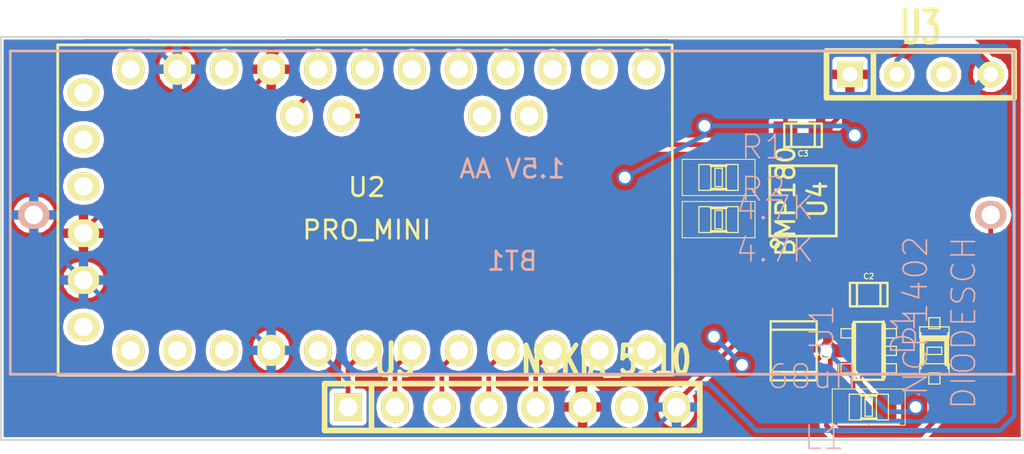
<source format=kicad_pcb>
(kicad_pcb (version 3) (host pcbnew "(2013-jul-07)-stable")

  (general
    (links 36)
    (no_connects 0)
    (area 205.181999 124.20219 260.654001 148.63445)
    (thickness 1.6)
    (drawings 22)
    (tracks 153)
    (zones 0)
    (modules 13)
    (nets 13)
  )

  (page A3)
  (layers
    (15 F.Cu mixed)
    (0 B.Cu mixed)
    (18 B.Paste user)
    (19 F.Paste user)
    (20 B.SilkS user)
    (21 F.SilkS user)
    (22 B.Mask user)
    (23 F.Mask user)
    (28 Edge.Cuts user)
  )

  (setup
    (last_trace_width 0.254)
    (trace_clearance 0.254)
    (zone_clearance 0.1)
    (zone_45_only no)
    (trace_min 0.254)
    (segment_width 0.2)
    (edge_width 0.1)
    (via_size 0.889)
    (via_drill 0.635)
    (via_min_size 0.889)
    (via_min_drill 0.508)
    (uvia_size 0.508)
    (uvia_drill 0.127)
    (uvias_allowed no)
    (uvia_min_size 0.508)
    (uvia_min_drill 0.127)
    (pcb_text_width 0.3)
    (pcb_text_size 1.5 1.5)
    (mod_edge_width 0.15)
    (mod_text_size 1 1)
    (mod_text_width 0.15)
    (pad_size 1.5 1.5)
    (pad_drill 1)
    (pad_to_mask_clearance 0)
    (aux_axis_origin 0 0)
    (visible_elements FFFE7F3F)
    (pcbplotparams
      (layerselection 284983297)
      (usegerberextensions true)
      (excludeedgelayer true)
      (linewidth 0.150000)
      (plotframeref false)
      (viasonmask false)
      (mode 1)
      (useauxorigin false)
      (hpglpennumber 1)
      (hpglpenspeed 20)
      (hpglpendiameter 15)
      (hpglpenoverlay 2)
      (psnegative false)
      (psa4output false)
      (plotreference false)
      (plotvalue false)
      (plotothertext false)
      (plotinvisibletext false)
      (padsonsilk false)
      (subtractmaskfromsilk false)
      (outputformat 1)
      (mirror false)
      (drillshape 0)
      (scaleselection 1)
      (outputdirectory "/home/rick/Dropbox/Arduino Pro Mini Weather V1.xx/Raw Kicad Folder/gerber v1.2/"))
  )

  (net 0 "")
  (net 1 GND)
  (net 2 N-0000010)
  (net 3 N-0000017)
  (net 4 N-0000019)
  (net 5 N-0000020)
  (net 6 N-0000021)
  (net 7 N-0000022)
  (net 8 N-0000038)
  (net 9 N-0000039)
  (net 10 N-000007)
  (net 11 N-000008)
  (net 12 N-000009)

  (net_class Default "This is the default net class."
    (clearance 0.254)
    (trace_width 0.254)
    (via_dia 0.889)
    (via_drill 0.635)
    (uvia_dia 0.508)
    (uvia_drill 0.127)
    (add_net "")
    (add_net GND)
    (add_net N-0000010)
    (add_net N-0000017)
    (add_net N-0000019)
    (add_net N-0000020)
    (add_net N-0000021)
    (add_net N-0000022)
    (add_net N-0000038)
    (add_net N-0000039)
    (add_net N-000007)
    (add_net N-000008)
    (add_net N-000009)
  )

  (module SIL-8 (layer F.Cu) (tedit 53EB9455) (tstamp 53EB5BF1)
    (at 232.918 146.05)
    (descr "Connecteur 8 pins")
    (tags "CONN DEV")
    (path /53937349)
    (fp_text reference U5 (at -6.35 -2.54) (layer F.SilkS)
      (effects (font (size 1.72974 1.08712) (thickness 0.3048)))
    )
    (fp_text value NOKIA_5110 (at 5.08 -2.54) (layer F.SilkS)
      (effects (font (size 1.524 1.016) (thickness 0.3048)))
    )
    (fp_line (start -10.16 -1.27) (end 10.16 -1.27) (layer F.SilkS) (width 0.3048))
    (fp_line (start 10.16 -1.27) (end 10.16 1.27) (layer F.SilkS) (width 0.3048))
    (fp_line (start 10.16 1.27) (end -10.16 1.27) (layer F.SilkS) (width 0.3048))
    (fp_line (start -10.16 1.27) (end -10.16 -1.27) (layer F.SilkS) (width 0.3048))
    (fp_line (start -7.62 1.27) (end -7.62 -1.27) (layer F.SilkS) (width 0.3048))
    (pad 1 thru_hole rect (at -8.89 0) (size 1.5 1.5) (drill 1)
      (layers *.Cu *.Mask F.SilkS)
      (net 4 N-0000019)
    )
    (pad 2 thru_hole oval (at -6.35 0) (size 1.5 1.7) (drill 1)
      (layers *.Cu *.Mask F.SilkS)
      (net 8 N-0000038)
    )
    (pad 3 thru_hole oval (at -3.81 0) (size 1.5 1.7) (drill 1)
      (layers *.Cu *.Mask F.SilkS)
      (net 5 N-0000020)
    )
    (pad 4 thru_hole oval (at -1.27 0) (size 1.5 1.7) (drill 1)
      (layers *.Cu *.Mask F.SilkS)
      (net 6 N-0000021)
    )
    (pad 5 thru_hole oval (at 1.27 0) (size 1.5 1.7) (drill 1)
      (layers *.Cu *.Mask F.SilkS)
      (net 7 N-0000022)
    )
    (pad 6 thru_hole oval (at 3.81 0) (size 1.5 1.7) (drill 1)
      (layers *.Cu *.Mask F.SilkS)
      (net 2 N-0000010)
    )
    (pad 7 thru_hole oval (at 6.35 0) (size 1.5 1.7) (drill 1)
      (layers *.Cu *.Mask F.SilkS)
    )
    (pad 8 thru_hole oval (at 8.89 0) (size 1.5 1.7) (drill 1)
      (layers *.Cu *.Mask F.SilkS)
      (net 1 GND)
    )
  )

  (module SIL-4 (layer F.Cu) (tedit 200000) (tstamp 53EB5C00)
    (at 255.016 128.016)
    (descr "Connecteur 4 pibs")
    (tags "CONN DEV")
    (path /5393725F)
    (fp_text reference U3 (at 0 -2.54) (layer F.SilkS)
      (effects (font (size 1.73482 1.08712) (thickness 0.3048)))
    )
    (fp_text value DHT22 (at 0 -2.54) (layer F.SilkS) hide
      (effects (font (size 1.524 1.016) (thickness 0.3048)))
    )
    (fp_line (start -5.08 -1.27) (end -5.08 -1.27) (layer F.SilkS) (width 0.3048))
    (fp_line (start -5.08 1.27) (end -5.08 -1.27) (layer F.SilkS) (width 0.3048))
    (fp_line (start -5.08 -1.27) (end -5.08 -1.27) (layer F.SilkS) (width 0.3048))
    (fp_line (start -5.08 -1.27) (end 5.08 -1.27) (layer F.SilkS) (width 0.3048))
    (fp_line (start 5.08 -1.27) (end 5.08 1.27) (layer F.SilkS) (width 0.3048))
    (fp_line (start 5.08 1.27) (end -5.08 1.27) (layer F.SilkS) (width 0.3048))
    (fp_line (start -2.54 1.27) (end -2.54 -1.27) (layer F.SilkS) (width 0.3048))
    (pad 1 thru_hole rect (at -3.81 0) (size 1.397 1.397) (drill 0.8128)
      (layers *.Cu *.Mask F.SilkS)
      (net 2 N-0000010)
    )
    (pad 2 thru_hole circle (at -1.27 0) (size 1.397 1.397) (drill 0.8128)
      (layers *.Cu *.Mask F.SilkS)
      (net 3 N-0000017)
    )
    (pad 3 thru_hole circle (at 1.27 0) (size 1.397 1.397) (drill 0.8128)
      (layers *.Cu *.Mask F.SilkS)
    )
    (pad 4 thru_hole circle (at 3.81 0) (size 1.397 1.397) (drill 0.8128)
      (layers *.Cu *.Mask F.SilkS)
      (net 1 GND)
    )
  )

  (module c_1210 (layer F.Cu) (tedit 49047413) (tstamp 53EB5C0C)
    (at 248.158 143.002 270)
    (descr "SMT capacitor, 1210")
    (path /5393760F)
    (fp_text reference C1 (at 0.0254 -1.7526 270) (layer F.SilkS)
      (effects (font (size 0.50038 0.50038) (thickness 0.11938)))
    )
    (fp_text value 47uF (at -0.0254 1.7272 270) (layer F.SilkS) hide
      (effects (font (size 0.50038 0.50038) (thickness 0.11938)))
    )
    (fp_line (start -1.6002 -1.2446) (end -1.6002 1.2446) (layer F.SilkS) (width 0.127))
    (fp_line (start 1.6002 1.2446) (end 1.6002 -1.2446) (layer F.SilkS) (width 0.127))
    (fp_line (start 1.143 -1.2446) (end 1.143 1.2446) (layer F.SilkS) (width 0.127))
    (fp_line (start -1.143 1.2446) (end -1.143 -1.2446) (layer F.SilkS) (width 0.127))
    (fp_line (start -1.6002 1.2446) (end 1.6002 1.2446) (layer F.SilkS) (width 0.127))
    (fp_line (start 1.6002 -1.2446) (end -1.6002 -1.2446) (layer F.SilkS) (width 0.127))
    (pad 1 smd rect (at 1.397 0 270) (size 1.6002 2.6924)
      (layers F.Cu F.Paste F.Mask)
      (net 2 N-0000010)
    )
    (pad 2 smd rect (at -1.397 0 270) (size 1.6002 2.6924)
      (layers F.Cu F.Paste F.Mask)
      (net 1 GND)
    )
    (model smd/capacitors/c_1210.wrl
      (at (xyz 0 0 0))
      (scale (xyz 1 1 1))
      (rotate (xyz 0 0 0))
    )
  )

  (module c_0805 (layer F.Cu) (tedit 49047394) (tstamp 53EB5C18)
    (at 252.222 139.954)
    (descr "SMT capacitor, 0805")
    (path /539374D5)
    (fp_text reference C2 (at 0 -0.9906) (layer F.SilkS)
      (effects (font (size 0.29972 0.29972) (thickness 0.06096)))
    )
    (fp_text value 10uF (at 0 0.9906) (layer F.SilkS) hide
      (effects (font (size 0.29972 0.29972) (thickness 0.06096)))
    )
    (fp_line (start 0.635 -0.635) (end 0.635 0.635) (layer F.SilkS) (width 0.127))
    (fp_line (start -0.635 -0.635) (end -0.635 0.6096) (layer F.SilkS) (width 0.127))
    (fp_line (start -1.016 -0.635) (end 1.016 -0.635) (layer F.SilkS) (width 0.127))
    (fp_line (start 1.016 -0.635) (end 1.016 0.635) (layer F.SilkS) (width 0.127))
    (fp_line (start 1.016 0.635) (end -1.016 0.635) (layer F.SilkS) (width 0.127))
    (fp_line (start -1.016 0.635) (end -1.016 -0.635) (layer F.SilkS) (width 0.127))
    (pad 1 smd rect (at 0.9525 0) (size 1.30048 1.4986)
      (layers F.Cu F.Paste F.Mask)
      (net 9 N-0000039)
    )
    (pad 2 smd rect (at -0.9525 0) (size 1.30048 1.4986)
      (layers F.Cu F.Paste F.Mask)
      (net 1 GND)
    )
    (model smd/capacitors/c_0805.wrl
      (at (xyz 0 0 0))
      (scale (xyz 1 1 1))
      (rotate (xyz 0 0 0))
    )
  )

  (module c_0805 (layer F.Cu) (tedit 49047394) (tstamp 53EB5C24)
    (at 248.666 131.318 180)
    (descr "SMT capacitor, 0805")
    (path /539378C0)
    (fp_text reference C3 (at 0 -0.9906 180) (layer F.SilkS)
      (effects (font (size 0.29972 0.29972) (thickness 0.06096)))
    )
    (fp_text value 100nF (at 0 0.9906 180) (layer F.SilkS) hide
      (effects (font (size 0.29972 0.29972) (thickness 0.06096)))
    )
    (fp_line (start 0.635 -0.635) (end 0.635 0.635) (layer F.SilkS) (width 0.127))
    (fp_line (start -0.635 -0.635) (end -0.635 0.6096) (layer F.SilkS) (width 0.127))
    (fp_line (start -1.016 -0.635) (end 1.016 -0.635) (layer F.SilkS) (width 0.127))
    (fp_line (start 1.016 -0.635) (end 1.016 0.635) (layer F.SilkS) (width 0.127))
    (fp_line (start 1.016 0.635) (end -1.016 0.635) (layer F.SilkS) (width 0.127))
    (fp_line (start -1.016 0.635) (end -1.016 -0.635) (layer F.SilkS) (width 0.127))
    (pad 1 smd rect (at 0.9525 0 180) (size 1.30048 1.4986)
      (layers F.Cu F.Paste F.Mask)
      (net 1 GND)
    )
    (pad 2 smd rect (at -0.9525 0 180) (size 1.30048 1.4986)
      (layers F.Cu F.Paste F.Mask)
      (net 2 N-0000010)
    )
    (model smd/capacitors/c_0805.wrl
      (at (xyz 0 0 0))
      (scale (xyz 1 1 1))
      (rotate (xyz 0 0 0))
    )
  )

  (module Pro_Mini (layer F.Cu) (tedit 53EAB077) (tstamp 53EB5C54)
    (at 225.044 135.382)
    (path /5393601D)
    (fp_text reference U2 (at 0 -1.2446) (layer F.SilkS)
      (effects (font (size 1 1) (thickness 0.15)))
    )
    (fp_text value PRO_MINI (at 0 1.0668) (layer F.SilkS)
      (effects (font (size 1 1) (thickness 0.15)))
    )
    (fp_line (start -16.7386 -8.9662) (end -16.7132 8.9408) (layer F.SilkS) (width 0.15))
    (fp_line (start 16.5608 8.9408) (end 16.5354 -8.9662) (layer F.SilkS) (width 0.15))
    (fp_line (start -16.7132 8.9408) (end 16.5608 8.9408) (layer F.SilkS) (width 0.15))
    (fp_line (start -16.7386 -8.9662) (end 16.5354 -8.9662) (layer F.SilkS) (width 0.15))
    (pad 9 thru_hole oval (at 15.1384 7.5946) (size 1.5 1.7) (drill 1)
      (layers *.Cu *.Mask F.SilkS)
    )
    (pad 8 thru_hole oval (at 12.5984 7.5946) (size 1.5 1.7) (drill 1)
      (layers *.Cu *.Mask F.SilkS)
    )
    (pad 7 thru_hole oval (at 10.0584 7.5946) (size 1.5 1.7) (drill 1)
      (layers *.Cu *.Mask F.SilkS)
      (net 7 N-0000022)
    )
    (pad 6 thru_hole oval (at 7.5184 7.5946) (size 1.5 1.7) (drill 1)
      (layers *.Cu *.Mask F.SilkS)
      (net 6 N-0000021)
    )
    (pad 5 thru_hole oval (at 4.9784 7.5946) (size 1.5 1.7) (drill 1)
      (layers *.Cu *.Mask F.SilkS)
      (net 5 N-0000020)
    )
    (pad 4 thru_hole oval (at 2.4384 7.5946) (size 1.5 1.7) (drill 1)
      (layers *.Cu *.Mask F.SilkS)
      (net 8 N-0000038)
    )
    (pad 3 thru_hole oval (at -0.1016 7.5946) (size 1.5 1.7) (drill 1)
      (layers *.Cu *.Mask F.SilkS)
      (net 4 N-0000019)
    )
    (pad 2 thru_hole oval (at -2.6416 7.5946) (size 1.5 1.7) (drill 1)
      (layers *.Cu *.Mask F.SilkS)
      (net 3 N-0000017)
    )
    (pad GND thru_hole oval (at -5.1816 7.5946) (size 1.5 1.7) (drill 1)
      (layers *.Cu *.Mask F.SilkS)
      (net 1 GND)
    )
    (pad RST thru_hole oval (at -7.7216 7.5946) (size 1.5 1.7) (drill 1)
      (layers *.Cu *.Mask F.SilkS)
    )
    (pad RX1 thru_hole oval (at -10.2616 7.5946) (size 1.5 1.7) (drill 1)
      (layers *.Cu *.Mask F.SilkS)
    )
    (pad TX0 thru_hole oval (at -12.8016 7.5946) (size 1.5 1.7) (drill 1)
      (layers *.Cu *.Mask F.SilkS)
    )
    (pad 10 thru_hole oval (at 15.1384 -7.6454) (size 1.5 1.7) (drill 1)
      (layers *.Cu *.Mask F.SilkS)
    )
    (pad 11 thru_hole oval (at 12.5984 -7.6454) (size 1.5 1.7) (drill 1)
      (layers *.Cu *.Mask F.SilkS)
    )
    (pad 12 thru_hole oval (at 10.0584 -7.6454) (size 1.5 1.7) (drill 1)
      (layers *.Cu *.Mask F.SilkS)
    )
    (pad 13 thru_hole oval (at 7.5184 -7.6454) (size 1.5 1.7) (drill 1)
      (layers *.Cu *.Mask F.SilkS)
    )
    (pad A0 thru_hole oval (at 4.9784 -7.6454) (size 1.5 1.7) (drill 1)
      (layers *.Cu *.Mask F.SilkS)
    )
    (pad A1 thru_hole oval (at 2.4384 -7.6454) (size 1.5 1.7) (drill 1)
      (layers *.Cu *.Mask F.SilkS)
    )
    (pad A2 thru_hole oval (at -0.1016 -7.6454) (size 1.5 1.7) (drill 1)
      (layers *.Cu *.Mask F.SilkS)
    )
    (pad A3 thru_hole oval (at -2.6416 -7.6454) (size 1.5 1.7) (drill 1)
      (layers *.Cu *.Mask F.SilkS)
    )
    (pad VCC thru_hole oval (at -5.1816 -7.6454) (size 1.5 1.7) (drill 1)
      (layers *.Cu *.Mask F.SilkS)
      (net 2 N-0000010)
    )
    (pad RST thru_hole oval (at -7.7216 -7.6454) (size 1.5 1.7) (drill 1)
      (layers *.Cu *.Mask F.SilkS)
    )
    (pad GND thru_hole oval (at -10.2616 -7.6454) (size 1.5 1.7) (drill 1)
      (layers *.Cu *.Mask F.SilkS)
      (net 1 GND)
    )
    (pad RAW thru_hole oval (at -12.8016 -7.6454) (size 1.5 1.7) (drill 1)
      (layers *.Cu *.Mask F.SilkS)
    )
    (pad GRN thru_hole oval (at -15.3416 -6.3754) (size 1.7 1.5) (drill 1)
      (layers *.Cu *.Mask F.SilkS)
    )
    (pad TX0 thru_hole oval (at -15.3416 -3.8354) (size 1.7 1.5) (drill 1)
      (layers *.Cu *.Mask F.SilkS)
    )
    (pad RX1 thru_hole oval (at -15.3416 -1.2954) (size 1.7 1.5) (drill 1)
      (layers *.Cu *.Mask F.SilkS)
    )
    (pad VCC thru_hole oval (at -15.3416 1.2446) (size 1.7 1.5) (drill 1)
      (layers *.Cu *.Mask F.SilkS)
      (net 2 N-0000010)
    )
    (pad GND thru_hole oval (at -15.3416 3.7846) (size 1.7 1.5) (drill 1)
      (layers *.Cu *.Mask F.SilkS)
      (net 1 GND)
    )
    (pad BLK thru_hole oval (at -15.3416 6.3246) (size 1.7 1.5) (drill 1)
      (layers *.Cu *.Mask F.SilkS)
    )
    (pad A5 thru_hole oval (at -3.9116 -5.1054) (size 1.5 1.7) (drill 1)
      (layers *.Cu *.Mask F.SilkS)
      (net 12 N-000009)
    )
    (pad A4 thru_hole oval (at -1.3716 -5.1054) (size 1.5 1.7) (drill 1)
      (layers *.Cu *.Mask F.SilkS)
      (net 11 N-000008)
    )
    (pad A7 thru_hole oval (at 6.2484 -5.1054) (size 1.5 1.7) (drill 1)
      (layers *.Cu *.Mask F.SilkS)
    )
    (pad A6 thru_hole oval (at 8.7884 -5.1054) (size 1.5 1.7) (drill 1)
      (layers *.Cu *.Mask F.SilkS)
    )
  )

  (module m-pad-2.1-SOT23-5 (layer F.Cu) (tedit 200000) (tstamp 53EB5C7B)
    (at 252.222 143.002 90)
    (descr "MC74VHC1GT125 HTTP://ONSEMI.COM")
    (tags "MC74VHC1GT125 HTTP://ONSEMI.COM")
    (path /5393718A)
    (attr smd)
    (fp_text reference U1 (at 1.27 -2.54 90) (layer B.SilkS)
      (effects (font (size 1.27 1.27) (thickness 0.0889)))
    )
    (fp_text value NCP1402 (at 1.905 2.54 90) (layer B.SilkS)
      (effects (font (size 1.27 1.27) (thickness 0.0889)))
    )
    (fp_line (start -1.19888 1.4986) (end -0.6985 1.4986) (layer F.SilkS) (width 0.06604))
    (fp_line (start -0.6985 1.4986) (end -0.6985 0.84836) (layer F.SilkS) (width 0.06604))
    (fp_line (start -1.19888 0.84836) (end -0.6985 0.84836) (layer F.SilkS) (width 0.06604))
    (fp_line (start -1.19888 1.4986) (end -1.19888 0.84836) (layer F.SilkS) (width 0.06604))
    (fp_line (start -0.24892 1.4986) (end 0.24892 1.4986) (layer F.SilkS) (width 0.06604))
    (fp_line (start 0.24892 1.4986) (end 0.24892 0.84836) (layer F.SilkS) (width 0.06604))
    (fp_line (start -0.24892 0.84836) (end 0.24892 0.84836) (layer F.SilkS) (width 0.06604))
    (fp_line (start -0.24892 1.4986) (end -0.24892 0.84836) (layer F.SilkS) (width 0.06604))
    (fp_line (start 0.6985 1.4986) (end 1.19888 1.4986) (layer F.SilkS) (width 0.06604))
    (fp_line (start 1.19888 1.4986) (end 1.19888 0.84836) (layer F.SilkS) (width 0.06604))
    (fp_line (start 0.6985 0.84836) (end 1.19888 0.84836) (layer F.SilkS) (width 0.06604))
    (fp_line (start 0.6985 1.4986) (end 0.6985 0.84836) (layer F.SilkS) (width 0.06604))
    (fp_line (start 0.6985 -0.84836) (end 1.19888 -0.84836) (layer F.SilkS) (width 0.06604))
    (fp_line (start 1.19888 -0.84836) (end 1.19888 -1.4986) (layer F.SilkS) (width 0.06604))
    (fp_line (start 0.6985 -1.4986) (end 1.19888 -1.4986) (layer F.SilkS) (width 0.06604))
    (fp_line (start 0.6985 -0.84836) (end 0.6985 -1.4986) (layer F.SilkS) (width 0.06604))
    (fp_line (start -1.19888 -0.84836) (end -0.6985 -0.84836) (layer F.SilkS) (width 0.06604))
    (fp_line (start -0.6985 -0.84836) (end -0.6985 -1.4986) (layer F.SilkS) (width 0.06604))
    (fp_line (start -1.19888 -1.4986) (end -0.6985 -1.4986) (layer F.SilkS) (width 0.06604))
    (fp_line (start -1.19888 -0.84836) (end -1.19888 -1.4986) (layer F.SilkS) (width 0.06604))
    (fp_line (start 1.56972 -0.80772) (end 1.56972 0.80772) (layer F.SilkS) (width 0.127))
    (fp_line (start 1.41986 0.80772) (end -1.41986 0.80772) (layer F.SilkS) (width 0.254))
    (fp_line (start -1.56972 0.80772) (end -1.56972 -0.80772) (layer F.SilkS) (width 0.127))
    (fp_line (start -1.41986 -0.80772) (end -0.42164 -0.80772) (layer F.SilkS) (width 0.254))
    (fp_line (start -0.42164 -0.80772) (end 0.42164 -0.80772) (layer F.SilkS) (width 0.254))
    (fp_line (start 0.42164 -0.80772) (end 1.41986 -0.80772) (layer F.SilkS) (width 0.254))
    (fp_line (start -1.5494 -0.79756) (end -1.39954 -0.79756) (layer F.SilkS) (width 0.127))
    (fp_line (start -1.5494 0.79756) (end -1.39954 0.79756) (layer F.SilkS) (width 0.127))
    (fp_line (start 1.59766 0.79756) (end 1.39954 0.79756) (layer F.SilkS) (width 0.127))
    (fp_line (start 1.5494 -0.79756) (end 1.39954 -0.79756) (layer F.SilkS) (width 0.127))
    (pad 1 smd rect (at -0.94996 1.19888 90) (size 0.6985 0.99822)
      (layers F.Cu F.Paste F.Mask)
      (net 2 N-0000010)
    )
    (pad 2 smd rect (at 0 1.19888 90) (size 0.6985 0.99822)
      (layers F.Cu F.Paste F.Mask)
      (net 2 N-0000010)
    )
    (pad 3 smd rect (at 0.94996 1.19888 90) (size 0.6985 0.99822)
      (layers F.Cu F.Paste F.Mask)
    )
    (pad 4 smd rect (at 0.94996 -1.19888 90) (size 0.6985 0.99822)
      (layers F.Cu F.Paste F.Mask)
      (net 1 GND)
    )
    (pad 5 smd rect (at -0.94996 -1.19888 90) (size 0.6985 0.99822)
      (layers F.Cu F.Paste F.Mask)
      (net 10 N-000007)
    )
  )

  (module m-pad-2.1-SOD-123 (layer F.Cu) (tedit 200000) (tstamp 53EB5C9E)
    (at 255.778 143.002 90)
    (descr "SOD-123 PACKAGE")
    (tags "SOD-123 PACKAGE")
    (path /5393758C)
    (attr smd)
    (fp_text reference D1 (at 0.9779 -1.68402 90) (layer B.SilkS)
      (effects (font (size 1.27 1.27) (thickness 0.0889)))
    )
    (fp_text value DIODESCH (at 1.5113 1.58496 90) (layer B.SilkS)
      (effects (font (size 1.27 1.27) (thickness 0.0889)))
    )
    (fp_line (start -0.19812 0.39878) (end 0.19812 0.39878) (layer F.SilkS) (width 0.06604))
    (fp_line (start 0.19812 0.39878) (end 0.19812 -0.39878) (layer F.SilkS) (width 0.06604))
    (fp_line (start -0.19812 -0.39878) (end 0.19812 -0.39878) (layer F.SilkS) (width 0.06604))
    (fp_line (start -0.19812 0.39878) (end -0.19812 -0.39878) (layer F.SilkS) (width 0.06604))
    (fp_line (start 1.19888 0.29972) (end 1.79832 0.29972) (layer F.SilkS) (width 0.06604))
    (fp_line (start 1.79832 0.29972) (end 1.79832 -0.29972) (layer F.SilkS) (width 0.06604))
    (fp_line (start 1.19888 -0.29972) (end 1.79832 -0.29972) (layer F.SilkS) (width 0.06604))
    (fp_line (start 1.19888 0.29972) (end 1.19888 -0.29972) (layer F.SilkS) (width 0.06604))
    (fp_line (start -1.79832 0.29972) (end -1.19888 0.29972) (layer F.SilkS) (width 0.06604))
    (fp_line (start -1.19888 0.29972) (end -1.19888 -0.29972) (layer F.SilkS) (width 0.06604))
    (fp_line (start -1.79832 -0.29972) (end -1.19888 -0.29972) (layer F.SilkS) (width 0.06604))
    (fp_line (start -1.79832 0.29972) (end -1.79832 -0.29972) (layer F.SilkS) (width 0.06604))
    (fp_line (start -1.29794 0.79756) (end -0.6985 0.79756) (layer F.SilkS) (width 0.06604))
    (fp_line (start -0.6985 0.79756) (end -0.6985 -0.79756) (layer F.SilkS) (width 0.06604))
    (fp_line (start -1.29794 -0.79756) (end -0.6985 -0.79756) (layer F.SilkS) (width 0.06604))
    (fp_line (start -1.29794 0.79756) (end -1.29794 -0.79756) (layer F.SilkS) (width 0.06604))
    (fp_line (start 0.6985 0.79756) (end 1.29794 0.79756) (layer F.SilkS) (width 0.06604))
    (fp_line (start 1.29794 0.79756) (end 1.29794 -0.79756) (layer F.SilkS) (width 0.06604))
    (fp_line (start 0.6985 -0.79756) (end 1.29794 -0.79756) (layer F.SilkS) (width 0.06604))
    (fp_line (start 0.6985 0.79756) (end 0.6985 -0.79756) (layer F.SilkS) (width 0.06604))
    (fp_line (start 0.55372 0.6985) (end 0.75184 0.6985) (layer F.SilkS) (width 0.06604))
    (fp_line (start 0.75184 0.6985) (end 0.75184 -0.6985) (layer F.SilkS) (width 0.06604))
    (fp_line (start 0.55372 -0.6985) (end 0.75184 -0.6985) (layer F.SilkS) (width 0.06604))
    (fp_line (start 0.55372 0.6985) (end 0.55372 -0.6985) (layer F.SilkS) (width 0.06604))
    (fp_line (start -0.9652 -0.74422) (end 0.9652 -0.74422) (layer F.SilkS) (width 0.1016))
    (fp_line (start -0.9652 0.74422) (end 0.9652 0.74422) (layer F.SilkS) (width 0.1016))
    (fp_line (start -0.7112 -0.6604) (end 0.7112 -0.6604) (layer F.SilkS) (width 0.254))
    (fp_line (start -0.7112 0.6604) (end 0.7112 0.6604) (layer F.SilkS) (width 0.254))
    (fp_line (start 0.7112 -0.6604) (end 0.7112 0.6604) (layer F.SilkS) (width 0.254))
    (pad 1 smd rect (at -1.4986 0 90) (size 1.29794 1.59766)
      (layers F.Cu F.Paste F.Mask)
      (net 10 N-000007)
    )
    (pad 2 smd rect (at 1.4986 0 90) (size 1.29794 1.59766)
      (layers F.Cu F.Paste F.Mask)
      (net 2 N-0000010)
    )
  )

  (module m-pad-2.1-R0805 (layer F.Cu) (tedit 200000) (tstamp 53EB5CB6)
    (at 252.222 146.05 180)
    (descr RESISTOR)
    (tags RESISTOR)
    (path /539374E4)
    (attr smd)
    (fp_text reference L1 (at 2.413 -1.651 180) (layer B.SilkS)
      (effects (font (size 1.27 1.27) (thickness 0.0889)))
    )
    (fp_text value 68uH (at 3.048 1.651 180) (layer B.SilkS)
      (effects (font (size 1.27 1.27) (thickness 0.0889)))
    )
    (fp_line (start 0.4064 0.6985) (end 1.0541 0.6985) (layer F.SilkS) (width 0.06604))
    (fp_line (start 1.0541 0.6985) (end 1.0541 -0.70104) (layer F.SilkS) (width 0.06604))
    (fp_line (start 0.4064 -0.70104) (end 1.0541 -0.70104) (layer F.SilkS) (width 0.06604))
    (fp_line (start 0.4064 0.6985) (end 0.4064 -0.70104) (layer F.SilkS) (width 0.06604))
    (fp_line (start -1.0668 0.6985) (end -0.41656 0.6985) (layer F.SilkS) (width 0.06604))
    (fp_line (start -0.41656 0.6985) (end -0.41656 -0.70104) (layer F.SilkS) (width 0.06604))
    (fp_line (start -1.0668 -0.70104) (end -0.41656 -0.70104) (layer F.SilkS) (width 0.06604))
    (fp_line (start -1.0668 0.6985) (end -1.0668 -0.70104) (layer F.SilkS) (width 0.06604))
    (fp_line (start -0.19812 0.49784) (end 0.19812 0.49784) (layer F.SilkS) (width 0.06604))
    (fp_line (start 0.19812 0.49784) (end 0.19812 -0.49784) (layer F.SilkS) (width 0.06604))
    (fp_line (start -0.19812 -0.49784) (end 0.19812 -0.49784) (layer F.SilkS) (width 0.06604))
    (fp_line (start -0.19812 0.49784) (end -0.19812 -0.49784) (layer F.SilkS) (width 0.06604))
    (fp_line (start -0.40894 -0.635) (end 0.40894 -0.635) (layer F.SilkS) (width 0.1524))
    (fp_line (start -0.40894 0.635) (end 0.40894 0.635) (layer F.SilkS) (width 0.1524))
    (fp_line (start -1.97104 -0.98298) (end 1.97104 -0.98298) (layer F.SilkS) (width 0.0508))
    (fp_line (start 1.97104 -0.98298) (end 1.97104 0.98298) (layer F.SilkS) (width 0.0508))
    (fp_line (start 1.97104 0.98298) (end -1.97104 0.98298) (layer F.SilkS) (width 0.0508))
    (fp_line (start -1.97104 0.98298) (end -1.97104 -0.98298) (layer F.SilkS) (width 0.0508))
    (pad 1 smd rect (at -0.84836 0 180) (size 1.29794 1.4986)
      (layers F.Cu F.Paste F.Mask)
      (net 9 N-0000039)
    )
    (pad 2 smd rect (at 0.84836 0 180) (size 1.29794 1.4986)
      (layers F.Cu F.Paste F.Mask)
      (net 10 N-000007)
    )
  )

  (module m-pad-2.1-R0805 (layer F.Cu) (tedit 200000) (tstamp 53EB5CCE)
    (at 244.094 133.604)
    (descr RESISTOR)
    (tags RESISTOR)
    (path /53937B2A)
    (attr smd)
    (fp_text reference R1 (at 2.413 -1.651) (layer B.SilkS)
      (effects (font (size 1.27 1.27) (thickness 0.0889)))
    )
    (fp_text value 4.7K (at 3.048 1.651) (layer B.SilkS)
      (effects (font (size 1.27 1.27) (thickness 0.0889)))
    )
    (fp_line (start 0.4064 0.6985) (end 1.0541 0.6985) (layer F.SilkS) (width 0.06604))
    (fp_line (start 1.0541 0.6985) (end 1.0541 -0.70104) (layer F.SilkS) (width 0.06604))
    (fp_line (start 0.4064 -0.70104) (end 1.0541 -0.70104) (layer F.SilkS) (width 0.06604))
    (fp_line (start 0.4064 0.6985) (end 0.4064 -0.70104) (layer F.SilkS) (width 0.06604))
    (fp_line (start -1.0668 0.6985) (end -0.41656 0.6985) (layer F.SilkS) (width 0.06604))
    (fp_line (start -0.41656 0.6985) (end -0.41656 -0.70104) (layer F.SilkS) (width 0.06604))
    (fp_line (start -1.0668 -0.70104) (end -0.41656 -0.70104) (layer F.SilkS) (width 0.06604))
    (fp_line (start -1.0668 0.6985) (end -1.0668 -0.70104) (layer F.SilkS) (width 0.06604))
    (fp_line (start -0.19812 0.49784) (end 0.19812 0.49784) (layer F.SilkS) (width 0.06604))
    (fp_line (start 0.19812 0.49784) (end 0.19812 -0.49784) (layer F.SilkS) (width 0.06604))
    (fp_line (start -0.19812 -0.49784) (end 0.19812 -0.49784) (layer F.SilkS) (width 0.06604))
    (fp_line (start -0.19812 0.49784) (end -0.19812 -0.49784) (layer F.SilkS) (width 0.06604))
    (fp_line (start -0.40894 -0.635) (end 0.40894 -0.635) (layer F.SilkS) (width 0.1524))
    (fp_line (start -0.40894 0.635) (end 0.40894 0.635) (layer F.SilkS) (width 0.1524))
    (fp_line (start -1.97104 -0.98298) (end 1.97104 -0.98298) (layer F.SilkS) (width 0.0508))
    (fp_line (start 1.97104 -0.98298) (end 1.97104 0.98298) (layer F.SilkS) (width 0.0508))
    (fp_line (start 1.97104 0.98298) (end -1.97104 0.98298) (layer F.SilkS) (width 0.0508))
    (fp_line (start -1.97104 0.98298) (end -1.97104 -0.98298) (layer F.SilkS) (width 0.0508))
    (pad 1 smd rect (at -0.84836 0) (size 1.29794 1.4986)
      (layers F.Cu F.Paste F.Mask)
      (net 2 N-0000010)
    )
    (pad 2 smd rect (at 0.84836 0) (size 1.29794 1.4986)
      (layers F.Cu F.Paste F.Mask)
      (net 12 N-000009)
    )
  )

  (module m-pad-2.1-R0805 (layer F.Cu) (tedit 200000) (tstamp 53EB5CE6)
    (at 244.094 135.89)
    (descr RESISTOR)
    (tags RESISTOR)
    (path /53937B39)
    (attr smd)
    (fp_text reference R2 (at 2.413 -1.651) (layer B.SilkS)
      (effects (font (size 1.27 1.27) (thickness 0.0889)))
    )
    (fp_text value 4.7K (at 3.048 1.651) (layer B.SilkS)
      (effects (font (size 1.27 1.27) (thickness 0.0889)))
    )
    (fp_line (start 0.4064 0.6985) (end 1.0541 0.6985) (layer F.SilkS) (width 0.06604))
    (fp_line (start 1.0541 0.6985) (end 1.0541 -0.70104) (layer F.SilkS) (width 0.06604))
    (fp_line (start 0.4064 -0.70104) (end 1.0541 -0.70104) (layer F.SilkS) (width 0.06604))
    (fp_line (start 0.4064 0.6985) (end 0.4064 -0.70104) (layer F.SilkS) (width 0.06604))
    (fp_line (start -1.0668 0.6985) (end -0.41656 0.6985) (layer F.SilkS) (width 0.06604))
    (fp_line (start -0.41656 0.6985) (end -0.41656 -0.70104) (layer F.SilkS) (width 0.06604))
    (fp_line (start -1.0668 -0.70104) (end -0.41656 -0.70104) (layer F.SilkS) (width 0.06604))
    (fp_line (start -1.0668 0.6985) (end -1.0668 -0.70104) (layer F.SilkS) (width 0.06604))
    (fp_line (start -0.19812 0.49784) (end 0.19812 0.49784) (layer F.SilkS) (width 0.06604))
    (fp_line (start 0.19812 0.49784) (end 0.19812 -0.49784) (layer F.SilkS) (width 0.06604))
    (fp_line (start -0.19812 -0.49784) (end 0.19812 -0.49784) (layer F.SilkS) (width 0.06604))
    (fp_line (start -0.19812 0.49784) (end -0.19812 -0.49784) (layer F.SilkS) (width 0.06604))
    (fp_line (start -0.40894 -0.635) (end 0.40894 -0.635) (layer F.SilkS) (width 0.1524))
    (fp_line (start -0.40894 0.635) (end 0.40894 0.635) (layer F.SilkS) (width 0.1524))
    (fp_line (start -1.97104 -0.98298) (end 1.97104 -0.98298) (layer F.SilkS) (width 0.0508))
    (fp_line (start 1.97104 -0.98298) (end 1.97104 0.98298) (layer F.SilkS) (width 0.0508))
    (fp_line (start 1.97104 0.98298) (end -1.97104 0.98298) (layer F.SilkS) (width 0.0508))
    (fp_line (start -1.97104 0.98298) (end -1.97104 -0.98298) (layer F.SilkS) (width 0.0508))
    (pad 1 smd rect (at -0.84836 0) (size 1.29794 1.4986)
      (layers F.Cu F.Paste F.Mask)
      (net 2 N-0000010)
    )
    (pad 2 smd rect (at 0.84836 0) (size 1.29794 1.4986)
      (layers F.Cu F.Paste F.Mask)
      (net 11 N-000008)
    )
  )

  (module BMP180 (layer F.Cu) (tedit 53D02BB4) (tstamp 53EB5CF6)
    (at 248.666 134.874 270)
    (path /5393712F)
    (fp_text reference U4 (at -0.0762 -0.7874 270) (layer F.SilkS)
      (effects (font (size 1 1) (thickness 0.15)))
    )
    (fp_text value BMP180 (at 0.0254 0.9398 270) (layer F.SilkS)
      (effects (font (size 1 1) (thickness 0.15)))
    )
    (fp_circle (center 2.3114 1.524) (end 2.1336 1.397) (layer F.SilkS) (width 0.15))
    (fp_line (start 1.905 -1.8034) (end -1.905 -1.8034) (layer F.SilkS) (width 0.15))
    (fp_line (start 1.905 1.8034) (end 1.905 -1.8034) (layer F.SilkS) (width 0.15))
    (fp_line (start -1.905 1.8034) (end 1.905 1.8034) (layer F.SilkS) (width 0.15))
    (fp_line (start -1.905 -1.8034) (end -1.905 1.8034) (layer F.SilkS) (width 0.15))
    (pad 1 smd rect (at 1.4986 -1.4478 270) (size 0.6 0.5)
      (layers F.Cu F.Paste F.Mask)
    )
    (pad 2 smd rect (at 0 -1.4478 270) (size 0.6 0.5)
      (layers F.Cu F.Paste F.Mask)
      (net 2 N-0000010)
    )
    (pad 3 smd rect (at -1.4986 -1.4478 270) (size 0.6 0.5)
      (layers F.Cu F.Paste F.Mask)
      (net 2 N-0000010)
    )
    (pad 7 smd rect (at 1.524 0 270) (size 0.5 0.6)
      (layers F.Cu F.Paste F.Mask)
      (net 1 GND)
    )
    (pad 6 smd rect (at 1.4986 1.4478 270) (size 0.6 0.5)
      (layers F.Cu F.Paste F.Mask)
      (net 11 N-000008)
    )
    (pad 5 smd rect (at 0 1.4478 270) (size 0.6 0.5)
      (layers F.Cu F.Paste F.Mask)
      (net 12 N-000009)
    )
    (pad 4 smd rect (at -1.4986 1.4478 270) (size 0.6 0.5)
      (layers F.Cu F.Paste F.Mask)
    )
  )

  (module 1.5V_AA (layer B.Cu) (tedit 53EAB209) (tstamp 53EB5D00)
    (at 232.918 135.636)
    (path /53937EC6)
    (fp_text reference BT1 (at 0 2.5) (layer B.SilkS)
      (effects (font (size 1 1) (thickness 0.15)) (justify mirror))
    )
    (fp_text value "1.5V AA" (at 0 -2.5) (layer B.SilkS)
      (effects (font (size 1 1) (thickness 0.15)) (justify mirror))
    )
    (fp_line (start 27.178 -8.89) (end -27.178 -8.89) (layer B.SilkS) (width 0.15))
    (fp_line (start -27.178 -8.89) (end -27.178 8.636) (layer B.SilkS) (width 0.15))
    (fp_line (start -27.178 8.636) (end 27.178 8.636) (layer B.SilkS) (width 0.15))
    (fp_line (start 27.178 8.636) (end 27.178 -8.89) (layer B.SilkS) (width 0.15))
    (pad 1 thru_hole oval (at 25.908 0) (size 1.7 1.5) (drill 1)
      (layers *.Cu *.Mask B.SilkS)
      (net 9 N-0000039)
    )
    (pad 2 thru_hole oval (at -25.908 0) (size 1.7 1.5) (drill 1)
      (layers *.Cu *.Mask B.SilkS)
      (net 1 GND)
    )
  )

  (gr_text + (at 258.826 133.858) (layer B.Mask)
    (effects (font (size 0.75 0.75) (thickness 0.15)) (justify mirror))
  )
  (gr_text - (at 207.01 133.604) (layer B.Mask)
    (effects (font (size 0.75 0.75) (thickness 0.15)) (justify mirror))
  )
  (gr_text "R&TPreppers 2014\nV1.02" (at 211.074 145.288) (layer B.Mask)
    (effects (font (size 0.75 0.75) (thickness 0.15)) (justify mirror))
  )
  (gr_text "Arduino Pressure Temperature\nHumidity Monitor" (at 214.122 145.288) (layer F.Mask)
    (effects (font (size 0.75 0.75) (thickness 0.15)))
  )
  (gr_text "ARDUINO\nPRO MINI" (at 225.298 134.874) (layer F.Mask)
    (effects (font (size 0.75 0.75) (thickness 0.15)))
  )
  (gr_line (start 249.936 140.462) (end 249.428 139.954) (angle 90) (layer F.Mask) (width 0.2))
  (gr_line (start 249.936 140.716) (end 249.936 140.462) (angle 90) (layer F.Mask) (width 0.2))
  (gr_line (start 250.444 141.224) (end 249.936 140.716) (angle 90) (layer F.Mask) (width 0.2))
  (gr_text U1 (at 249.428 139.446) (layer F.Mask)
    (effects (font (size 0.75 0.75) (thickness 0.15)))
  )
  (gr_text C1 (at 246.888 139.954) (layer F.Mask)
    (effects (font (size 0.75 0.75) (thickness 0.15)))
  )
  (gr_text L1 (at 248.666 146.558) (layer F.Mask)
    (effects (font (size 0.75 0.75) (thickness 0.15)))
  )
  (gr_text D1 (at 257.556 143.002 90) (layer F.Mask)
    (effects (font (size 0.75 0.75) (thickness 0.15)))
  )
  (gr_text C2 (at 252.222 138.43) (layer F.Mask)
    (effects (font (size 0.75 0.75) (thickness 0.15)))
  )
  (gr_text C3 (at 245.872 131.318) (layer F.Mask)
    (effects (font (size 0.75 0.75) (thickness 0.15)))
  )
  (gr_text DHT22 (at 255.27 130.048) (layer F.Mask)
    (effects (font (size 0.75 0.75) (thickness 0.15)))
  )
  (gr_text R1 (at 240.792 133.604) (layer F.Mask)
    (effects (font (size 0.75 0.75) (thickness 0.15)))
  )
  (gr_text R2 (at 240.792 135.89) (layer F.Mask)
    (effects (font (size 0.75 0.75) (thickness 0.15)))
  )
  (gr_text BMP180 (at 251.46 134.874 90) (layer F.Mask)
    (effects (font (size 0.75 0.75) (thickness 0.15)))
  )
  (gr_line (start 205.232 125.984) (end 205.232 147.828) (angle 90) (layer Edge.Cuts) (width 0.1))
  (gr_line (start 260.604 125.984) (end 205.232 125.984) (angle 90) (layer Edge.Cuts) (width 0.1))
  (gr_line (start 260.604 147.828) (end 260.604 125.984) (angle 90) (layer Edge.Cuts) (width 0.1))
  (gr_line (start 205.232 147.828) (end 260.604 147.828) (angle 90) (layer Edge.Cuts) (width 0.1))

  (segment (start 247.7135 131.318) (end 247.7135 131.8895) (width 0.254) (layer F.Cu) (net 1))
  (segment (start 248.666 132.842) (end 248.666 136.398) (width 0.254) (layer F.Cu) (net 1) (tstamp 53EB612B))
  (segment (start 247.7135 131.8895) (end 248.666 132.842) (width 0.254) (layer F.Cu) (net 1) (tstamp 53EB6127))
  (segment (start 258.826 128.016) (end 258.826 127.508) (width 0.254) (layer F.Cu) (net 1))
  (segment (start 247.7135 127.4445) (end 247.7135 131.318) (width 0.254) (layer F.Cu) (net 1) (tstamp 53EB6118))
  (segment (start 248.666 126.492) (end 247.7135 127.4445) (width 0.254) (layer F.Cu) (net 1) (tstamp 53EB6116))
  (segment (start 257.81 126.492) (end 248.666 126.492) (width 0.254) (layer F.Cu) (net 1) (tstamp 53EB6111))
  (segment (start 258.826 127.508) (end 257.81 126.492) (width 0.254) (layer F.Cu) (net 1) (tstamp 53EB610F))
  (segment (start 248.158 141.605) (end 248.158 137.922) (width 0.254) (layer F.Cu) (net 1))
  (segment (start 248.158 137.922) (end 248.666 137.414) (width 0.254) (layer F.Cu) (net 1) (tstamp 53EB60A0))
  (segment (start 248.666 137.414) (end 248.666 136.398) (width 0.254) (layer F.Cu) (net 1) (tstamp 53EB60A4))
  (segment (start 251.02312 142.05204) (end 251.02312 140.20038) (width 0.254) (layer F.Cu) (net 1))
  (segment (start 251.02312 140.20038) (end 251.2695 139.954) (width 0.254) (layer F.Cu) (net 1) (tstamp 53EB6015))
  (segment (start 248.158 141.605) (end 250.57608 141.605) (width 0.254) (layer F.Cu) (net 1))
  (segment (start 250.57608 141.605) (end 251.02312 142.05204) (width 0.254) (layer F.Cu) (net 1) (tstamp 53EB6010))
  (segment (start 241.808 146.05) (end 241.808 145.796) (width 0.254) (layer F.Cu) (net 1))
  (segment (start 245.999 141.605) (end 248.158 141.605) (width 0.254) (layer F.Cu) (net 1) (tstamp 53EB600C))
  (segment (start 241.808 145.796) (end 245.999 141.605) (width 0.254) (layer F.Cu) (net 1) (tstamp 53EB6008))
  (segment (start 207.01 135.636) (end 207.01 129.032) (width 0.254) (layer B.Cu) (net 1))
  (segment (start 213.2838 126.238) (end 214.7824 127.7366) (width 0.254) (layer B.Cu) (net 1) (tstamp 53EB5F57))
  (segment (start 209.804 126.238) (end 213.2838 126.238) (width 0.254) (layer B.Cu) (net 1) (tstamp 53EB5F52))
  (segment (start 207.01 129.032) (end 209.804 126.238) (width 0.254) (layer B.Cu) (net 1) (tstamp 53EB5F4C))
  (segment (start 241.808 146.05) (end 240.538 147.32) (width 0.254) (layer B.Cu) (net 1))
  (segment (start 219.8624 145.1864) (end 219.8624 142.9766) (width 0.254) (layer B.Cu) (net 1) (tstamp 53EB5F2F))
  (segment (start 221.996 147.32) (end 219.8624 145.1864) (width 0.254) (layer B.Cu) (net 1) (tstamp 53EB5F21))
  (segment (start 240.538 147.32) (end 221.996 147.32) (width 0.254) (layer B.Cu) (net 1) (tstamp 53EB5F1C))
  (segment (start 209.7024 139.1666) (end 209.7786 139.1666) (width 0.254) (layer B.Cu) (net 1))
  (segment (start 218.1098 141.224) (end 219.8624 142.9766) (width 0.254) (layer B.Cu) (net 1) (tstamp 53EB5F0E))
  (segment (start 211.836 141.224) (end 218.1098 141.224) (width 0.254) (layer B.Cu) (net 1) (tstamp 53EB5F09))
  (segment (start 209.7786 139.1666) (end 211.836 141.224) (width 0.254) (layer B.Cu) (net 1) (tstamp 53EB5F03))
  (segment (start 207.01 135.636) (end 207.01 136.4742) (width 0.254) (layer B.Cu) (net 1))
  (segment (start 207.01 136.4742) (end 209.7024 139.1666) (width 0.254) (layer B.Cu) (net 1) (tstamp 53EB5EFC))
  (segment (start 248.158 144.399) (end 245.999 144.399) (width 0.254) (layer F.Cu) (net 2))
  (segment (start 243.078 141.478) (end 235.458 141.478) (width 0.254) (layer F.Cu) (net 2) (tstamp 53EB6444))
  (segment (start 243.84 142.24) (end 243.078 141.478) (width 0.254) (layer F.Cu) (net 2) (tstamp 53EB6443))
  (via (at 243.84 142.24) (size 0.889) (layers F.Cu B.Cu) (net 2))
  (segment (start 245.364 143.764) (end 243.84 142.24) (width 0.254) (layer B.Cu) (net 2) (tstamp 53EB643E))
  (via (at 245.364 143.764) (size 0.889) (layers F.Cu B.Cu) (net 2))
  (segment (start 245.999 144.399) (end 245.364 143.764) (width 0.254) (layer F.Cu) (net 2) (tstamp 53EB643A))
  (segment (start 248.158 144.399) (end 248.539 144.399) (width 0.254) (layer F.Cu) (net 2))
  (segment (start 254.254 144.78508) (end 253.42088 143.95196) (width 0.254) (layer F.Cu) (net 2) (tstamp 53EB6411))
  (segment (start 254.254 145.542) (end 254.254 144.78508) (width 0.254) (layer F.Cu) (net 2) (tstamp 53EB640E))
  (segment (start 254.762 146.05) (end 254.254 145.542) (width 0.254) (layer F.Cu) (net 2) (tstamp 53EB640D))
  (via (at 254.762 146.05) (size 0.889) (layers F.Cu B.Cu) (net 2))
  (segment (start 254.508 146.304) (end 254.762 146.05) (width 0.254) (layer B.Cu) (net 2) (tstamp 53EB6408))
  (segment (start 253.238 146.304) (end 254.508 146.304) (width 0.254) (layer B.Cu) (net 2) (tstamp 53EB6406))
  (segment (start 249.936 143.002) (end 253.238 146.304) (width 0.254) (layer B.Cu) (net 2) (tstamp 53EB6405))
  (via (at 249.936 143.002) (size 0.889) (layers F.Cu B.Cu) (net 2))
  (segment (start 248.539 144.399) (end 249.936 143.002) (width 0.254) (layer F.Cu) (net 2) (tstamp 53EB6401))
  (segment (start 219.8624 127.7366) (end 219.8624 140.1064) (width 0.254) (layer F.Cu) (net 2))
  (segment (start 219.8624 140.1064) (end 221.234 141.478) (width 0.254) (layer F.Cu) (net 2) (tstamp 53EB637A))
  (segment (start 221.234 141.478) (end 235.458 141.478) (width 0.254) (layer F.Cu) (net 2) (tstamp 53EB6392))
  (segment (start 236.474 145.796) (end 236.728 146.05) (width 0.254) (layer F.Cu) (net 2) (tstamp 53EB63A1))
  (segment (start 235.458 141.478) (end 235.966 141.478) (width 0.254) (layer F.Cu) (net 2) (tstamp 53EB644A))
  (segment (start 235.966 141.478) (end 236.474 141.986) (width 0.254) (layer F.Cu) (net 2) (tstamp 53EB639A))
  (segment (start 236.474 141.986) (end 236.474 145.796) (width 0.254) (layer F.Cu) (net 2) (tstamp 53EB639E))
  (segment (start 243.332 130.81) (end 250.952 130.81) (width 0.254) (layer B.Cu) (net 2))
  (segment (start 251.46 131.318) (end 249.6185 131.318) (width 0.254) (layer F.Cu) (net 2) (tstamp 53EB6353))
  (via (at 251.46 131.318) (size 0.889) (layers F.Cu B.Cu) (net 2))
  (segment (start 250.952 130.81) (end 251.46 131.318) (width 0.254) (layer B.Cu) (net 2) (tstamp 53EB634F))
  (segment (start 243.24564 133.604) (end 239.014 133.604) (width 0.254) (layer F.Cu) (net 2))
  (segment (start 243.332 130.81) (end 243.332 130.302) (width 0.254) (layer F.Cu) (net 2) (tstamp 53EB6343))
  (via (at 243.332 130.81) (size 0.889) (layers F.Cu B.Cu) (net 2))
  (segment (start 243.332 131.318) (end 243.332 130.81) (width 0.254) (layer B.Cu) (net 2) (tstamp 53EB6337))
  (segment (start 239.014 133.604) (end 243.332 131.318) (width 0.254) (layer B.Cu) (net 2) (tstamp 53EB6336))
  (via (at 239.014 133.604) (size 0.889) (layers F.Cu B.Cu) (net 2))
  (segment (start 219.8624 127.7366) (end 219.8624 127.1016) (width 0.254) (layer F.Cu) (net 2))
  (segment (start 219.8624 127.1016) (end 220.726 126.238) (width 0.254) (layer F.Cu) (net 2) (tstamp 53EB62FD))
  (segment (start 220.726 126.238) (end 241.3 126.238) (width 0.254) (layer F.Cu) (net 2) (tstamp 53EB6301))
  (segment (start 241.3 126.238) (end 243.332 128.27) (width 0.254) (layer F.Cu) (net 2) (tstamp 53EB6307))
  (segment (start 243.332 128.27) (end 243.332 130.302) (width 0.254) (layer F.Cu) (net 2) (tstamp 53EB6311))
  (segment (start 243.332 130.302) (end 243.332 130.556) (width 0.254) (layer F.Cu) (net 2) (tstamp 53EB6346))
  (segment (start 243.24564 135.89) (end 243.24564 133.604) (width 0.254) (layer F.Cu) (net 2))
  (segment (start 255.778 141.5034) (end 258.8006 141.5034) (width 0.254) (layer F.Cu) (net 2))
  (segment (start 258.5974 133.3754) (end 250.1138 133.3754) (width 0.254) (layer F.Cu) (net 2) (tstamp 53EB608D))
  (segment (start 260.096 134.874) (end 258.5974 133.3754) (width 0.254) (layer F.Cu) (net 2) (tstamp 53EB608C))
  (segment (start 260.096 140.208) (end 260.096 134.874) (width 0.254) (layer F.Cu) (net 2) (tstamp 53EB6085))
  (segment (start 258.8006 141.5034) (end 260.096 140.208) (width 0.254) (layer F.Cu) (net 2) (tstamp 53EB607C))
  (segment (start 253.42088 143.002) (end 253.42088 143.95196) (width 0.254) (layer F.Cu) (net 2))
  (segment (start 253.42088 143.002) (end 254.2794 143.002) (width 0.254) (layer F.Cu) (net 2))
  (segment (start 254.2794 143.002) (end 255.778 141.5034) (width 0.254) (layer F.Cu) (net 2) (tstamp 53EB5F93))
  (segment (start 249.6185 131.318) (end 249.6185 132.8801) (width 0.254) (layer F.Cu) (net 2))
  (segment (start 249.6185 132.8801) (end 250.1138 133.3754) (width 0.254) (layer F.Cu) (net 2) (tstamp 53EB5F7F))
  (segment (start 250.1138 133.3754) (end 250.1138 134.874) (width 0.254) (layer F.Cu) (net 2) (tstamp 53EB5F83))
  (segment (start 251.206 128.016) (end 251.206 129.7305) (width 0.254) (layer F.Cu) (net 2))
  (segment (start 251.206 129.7305) (end 249.6185 131.318) (width 0.254) (layer F.Cu) (net 2) (tstamp 53EB5F79))
  (segment (start 209.7024 136.6266) (end 209.7024 136.4996) (width 0.254) (layer F.Cu) (net 2))
  (segment (start 209.7024 136.4996) (end 211.582 134.62) (width 0.254) (layer F.Cu) (net 2) (tstamp 53EB5F60))
  (segment (start 211.582 134.62) (end 211.582 130.81) (width 0.254) (layer F.Cu) (net 2) (tstamp 53EB5F64))
  (segment (start 211.582 130.81) (end 212.852 129.54) (width 0.254) (layer F.Cu) (net 2) (tstamp 53EB5F67))
  (segment (start 212.852 129.54) (end 218.059 129.54) (width 0.254) (layer F.Cu) (net 2) (tstamp 53EB5F6B))
  (segment (start 218.059 129.54) (end 219.8624 127.7366) (width 0.254) (layer F.Cu) (net 2) (tstamp 53EB5F70))
  (segment (start 253.746 128.016) (end 253.746 127.254) (width 0.254) (layer B.Cu) (net 3))
  (segment (start 224.2058 144.78) (end 222.4024 142.9766) (width 0.254) (layer B.Cu) (net 3) (tstamp 53EB6103))
  (segment (start 243.586 144.78) (end 224.2058 144.78) (width 0.254) (layer B.Cu) (net 3) (tstamp 53EB60FE))
  (segment (start 246.126 147.32) (end 243.586 144.78) (width 0.254) (layer B.Cu) (net 3) (tstamp 53EB60FA))
  (segment (start 259.334 147.32) (end 246.126 147.32) (width 0.254) (layer B.Cu) (net 3) (tstamp 53EB60DF))
  (segment (start 260.096 146.558) (end 259.334 147.32) (width 0.254) (layer B.Cu) (net 3) (tstamp 53EB60DD))
  (segment (start 260.096 127) (end 260.096 146.558) (width 0.254) (layer B.Cu) (net 3) (tstamp 53EB60D1))
  (segment (start 259.588 126.492) (end 260.096 127) (width 0.254) (layer B.Cu) (net 3) (tstamp 53EB60CE))
  (segment (start 254.508 126.492) (end 259.588 126.492) (width 0.254) (layer B.Cu) (net 3) (tstamp 53EB60C7))
  (segment (start 253.746 127.254) (end 254.508 126.492) (width 0.254) (layer B.Cu) (net 3) (tstamp 53EB60C5))
  (segment (start 224.028 146.05) (end 224.028 143.891) (width 0.254) (layer F.Cu) (net 4))
  (segment (start 224.028 143.891) (end 224.9424 142.9766) (width 0.254) (layer F.Cu) (net 4) (tstamp 53EB5ED9))
  (segment (start 229.108 146.05) (end 229.108 143.891) (width 0.254) (layer F.Cu) (net 5))
  (segment (start 229.108 143.891) (end 230.0224 142.9766) (width 0.254) (layer F.Cu) (net 5) (tstamp 53EB5EDF))
  (segment (start 231.648 146.05) (end 231.648 143.891) (width 0.254) (layer F.Cu) (net 6))
  (segment (start 231.648 143.891) (end 232.5624 142.9766) (width 0.254) (layer F.Cu) (net 6) (tstamp 53EB5EE3))
  (segment (start 234.188 146.05) (end 234.188 143.891) (width 0.254) (layer F.Cu) (net 7))
  (segment (start 234.188 143.891) (end 235.1024 142.9766) (width 0.254) (layer F.Cu) (net 7) (tstamp 53EB5EE8))
  (segment (start 226.568 146.05) (end 226.568 143.891) (width 0.254) (layer F.Cu) (net 8))
  (segment (start 226.568 143.891) (end 227.4824 142.9766) (width 0.254) (layer F.Cu) (net 8) (tstamp 53EB5EDC))
  (segment (start 253.1745 139.954) (end 258.064 139.954) (width 0.254) (layer F.Cu) (net 9))
  (segment (start 258.826 139.192) (end 258.826 135.636) (width 0.254) (layer F.Cu) (net 9) (tstamp 53EB609B))
  (segment (start 258.064 139.954) (end 258.826 139.192) (width 0.254) (layer F.Cu) (net 9) (tstamp 53EB6095))
  (segment (start 253.07036 146.05) (end 253.07036 145.37436) (width 0.254) (layer F.Cu) (net 9))
  (segment (start 253.1745 140.2715) (end 253.1745 139.954) (width 0.254) (layer F.Cu) (net 9) (tstamp 53EB5FF5))
  (segment (start 252.222 141.224) (end 253.1745 140.2715) (width 0.254) (layer F.Cu) (net 9) (tstamp 53EB5FEF))
  (segment (start 252.222 144.526) (end 252.222 141.224) (width 0.254) (layer F.Cu) (net 9) (tstamp 53EB5FEB))
  (segment (start 253.07036 145.37436) (end 252.222 144.526) (width 0.254) (layer F.Cu) (net 9) (tstamp 53EB5FE7))
  (segment (start 254.254 147.574) (end 255.016 147.574) (width 0.254) (layer F.Cu) (net 10))
  (segment (start 251.01804 143.95196) (end 249.936 145.034) (width 0.254) (layer F.Cu) (net 10) (tstamp 53EB6030))
  (segment (start 249.936 145.034) (end 249.936 147.066) (width 0.254) (layer F.Cu) (net 10) (tstamp 53EB6034))
  (segment (start 249.936 147.066) (end 250.444 147.574) (width 0.254) (layer F.Cu) (net 10) (tstamp 53EB6037))
  (segment (start 250.444 147.574) (end 254.254 147.574) (width 0.254) (layer F.Cu) (net 10) (tstamp 53EB6039))
  (segment (start 255.778 144.5006) (end 255.778 146.05) (width 0.254) (layer F.Cu) (net 10) (tstamp 53EB6040))
  (segment (start 251.01804 143.95196) (end 251.02312 143.95196) (width 0.254) (layer F.Cu) (net 10))
  (segment (start 255.778 146.812) (end 255.778 146.05) (width 0.254) (layer F.Cu) (net 10) (tstamp 53EB63F9))
  (segment (start 255.016 147.574) (end 255.778 146.812) (width 0.254) (layer F.Cu) (net 10) (tstamp 53EB63F7))
  (segment (start 251.37364 146.05) (end 251.37364 144.30248) (width 0.254) (layer F.Cu) (net 10))
  (segment (start 251.37364 144.30248) (end 251.02312 143.95196) (width 0.254) (layer F.Cu) (net 10) (tstamp 53EB5FDA))
  (segment (start 223.6724 130.2766) (end 225.0186 130.2766) (width 0.254) (layer F.Cu) (net 11))
  (segment (start 244.94236 137.07364) (end 244.94236 135.89) (width 0.254) (layer F.Cu) (net 11) (tstamp 53EB6188))
  (segment (start 244.602 137.414) (end 244.94236 137.07364) (width 0.254) (layer F.Cu) (net 11) (tstamp 53EB6185))
  (segment (start 232.156 137.414) (end 244.602 137.414) (width 0.254) (layer F.Cu) (net 11) (tstamp 53EB617E))
  (segment (start 225.0186 130.2766) (end 232.156 137.414) (width 0.254) (layer F.Cu) (net 11) (tstamp 53EB6169))
  (segment (start 244.94236 135.89) (end 245.872 135.89) (width 0.254) (layer F.Cu) (net 11))
  (segment (start 246.3546 136.3726) (end 247.2182 136.3726) (width 0.254) (layer F.Cu) (net 11) (tstamp 53EB6142))
  (segment (start 245.872 135.89) (end 246.3546 136.3726) (width 0.254) (layer F.Cu) (net 11) (tstamp 53EB6140))
  (segment (start 240.538 131.826) (end 244.348 131.826) (width 0.254) (layer F.Cu) (net 12))
  (segment (start 244.94236 132.42036) (end 244.94236 133.604) (width 0.254) (layer F.Cu) (net 12) (tstamp 53EB62F4))
  (segment (start 244.348 131.826) (end 244.94236 132.42036) (width 0.254) (layer F.Cu) (net 12) (tstamp 53EB62F3))
  (segment (start 221.1324 130.2766) (end 221.1324 129.8956) (width 0.254) (layer F.Cu) (net 12))
  (segment (start 227.838 131.826) (end 240.538 131.826) (width 0.254) (layer F.Cu) (net 12) (tstamp 53EB62D9))
  (segment (start 240.538 131.826) (end 240.792 131.826) (width 0.254) (layer F.Cu) (net 12) (tstamp 53EB62F1))
  (segment (start 225.044 129.032) (end 227.838 131.826) (width 0.254) (layer F.Cu) (net 12) (tstamp 53EB62D2))
  (segment (start 221.996 129.032) (end 225.044 129.032) (width 0.254) (layer F.Cu) (net 12) (tstamp 53EB62CF))
  (segment (start 221.1324 129.8956) (end 221.996 129.032) (width 0.254) (layer F.Cu) (net 12) (tstamp 53EB62CE))
  (segment (start 244.94236 133.604) (end 245.618 133.604) (width 0.254) (layer F.Cu) (net 12))
  (segment (start 245.618 133.604) (end 246.126 134.112) (width 0.254) (layer F.Cu) (net 12) (tstamp 53EB6146))
  (segment (start 246.126 134.112) (end 246.126 134.62) (width 0.254) (layer F.Cu) (net 12) (tstamp 53EB614A))
  (segment (start 246.126 134.62) (end 246.38 134.874) (width 0.254) (layer F.Cu) (net 12) (tstamp 53EB614C))
  (segment (start 246.38 134.874) (end 247.2182 134.874) (width 0.254) (layer F.Cu) (net 12) (tstamp 53EB614F))

  (zone (net 1) (net_name GND) (layer B.Cu) (tstamp 53EB646A) (hatch edge 0.508)
    (connect_pads (clearance 0.1))
    (min_thickness 0.03)
    (fill (arc_segments 16) (thermal_gap 0.508) (thermal_bridge_width 0.508))
    (polygon
      (pts
        (xy 205.232 125.984) (xy 205.232 147.828) (xy 260.604 147.828) (xy 260.604 125.984)
      )
    )
    (filled_polygon
      (pts
        (xy 259.7 146.393971) (xy 259.169971 146.924) (xy 257.253667 146.924) (xy 257.253667 127.824397) (xy 257.106684 127.468671)
        (xy 256.83476 127.196272) (xy 256.479292 127.048669) (xy 256.094397 127.048333) (xy 255.738671 127.195316) (xy 255.466272 127.46724)
        (xy 255.318669 127.822708) (xy 255.318333 128.207603) (xy 255.465316 128.563329) (xy 255.73724 128.835728) (xy 256.092708 128.983331)
        (xy 256.477603 128.983667) (xy 256.833329 128.836684) (xy 257.105728 128.56476) (xy 257.253331 128.209292) (xy 257.253667 127.824397)
        (xy 257.253667 146.924) (xy 255.475623 146.924) (xy 255.475623 145.908699) (xy 255.367228 145.646363) (xy 255.166693 145.445477)
        (xy 254.904547 145.336624) (xy 254.620699 145.336377) (xy 254.358363 145.444772) (xy 254.157477 145.645307) (xy 254.048624 145.907453)
        (xy 254.048623 145.908) (xy 253.402028 145.908) (xy 252.173623 144.679595) (xy 252.173623 131.176699) (xy 252.173547 131.176515)
        (xy 252.173547 128.661227) (xy 252.173547 127.264227) (xy 252.13268 127.165322) (xy 252.057075 127.089585) (xy 251.958242 127.048546)
        (xy 251.851227 127.048453) (xy 250.454227 127.048453) (xy 250.355322 127.08932) (xy 250.279585 127.164925) (xy 250.238546 127.263758)
        (xy 250.238453 127.370773) (xy 250.238453 128.767773) (xy 250.27932 128.866678) (xy 250.354925 128.942415) (xy 250.453758 128.983454)
        (xy 250.560773 128.983547) (xy 251.957773 128.983547) (xy 252.056678 128.94268) (xy 252.132415 128.867075) (xy 252.173454 128.768242)
        (xy 252.173547 128.661227) (xy 252.173547 131.176515) (xy 252.065228 130.914363) (xy 251.864693 130.713477) (xy 251.602547 130.604624)
        (xy 251.318699 130.604377) (xy 251.309999 130.607971) (xy 251.232014 130.529986) (xy 251.103543 130.444144) (xy 250.952 130.414)
        (xy 243.940383 130.414) (xy 243.937228 130.406363) (xy 243.736693 130.205477) (xy 243.474547 130.096624) (xy 243.190699 130.096377)
        (xy 242.928363 130.204772) (xy 242.727477 130.405307) (xy 242.618624 130.667453) (xy 242.618377 130.951301) (xy 242.718794 131.194329)
        (xy 241.2014 131.997747) (xy 241.2014 127.858522) (xy 241.2014 127.614678) (xy 241.123833 127.224724) (xy 240.902942 126.894136)
        (xy 240.572354 126.673245) (xy 240.1824 126.595678) (xy 239.792446 126.673245) (xy 239.461858 126.894136) (xy 239.240967 127.224724)
        (xy 239.1634 127.614678) (xy 239.1634 127.858522) (xy 239.240967 128.248476) (xy 239.461858 128.579064) (xy 239.792446 128.799955)
        (xy 240.1824 128.877522) (xy 240.572354 128.799955) (xy 240.902942 128.579064) (xy 241.123833 128.248476) (xy 241.2014 127.858522)
        (xy 241.2014 131.997747) (xy 239.357474 132.974056) (xy 239.156547 132.890624) (xy 238.872699 132.890377) (xy 238.6614 132.977683)
        (xy 238.6614 127.858522) (xy 238.6614 127.614678) (xy 238.583833 127.224724) (xy 238.362942 126.894136) (xy 238.032354 126.673245)
        (xy 237.6424 126.595678) (xy 237.252446 126.673245) (xy 236.921858 126.894136) (xy 236.700967 127.224724) (xy 236.6234 127.614678)
        (xy 236.6234 127.858522) (xy 236.700967 128.248476) (xy 236.921858 128.579064) (xy 237.252446 128.799955) (xy 237.6424 128.877522)
        (xy 238.032354 128.799955) (xy 238.362942 128.579064) (xy 238.583833 128.248476) (xy 238.6614 127.858522) (xy 238.6614 132.977683)
        (xy 238.610363 132.998772) (xy 238.409477 133.199307) (xy 238.300624 133.461453) (xy 238.300377 133.745301) (xy 238.408772 134.007637)
        (xy 238.609307 134.208523) (xy 238.871453 134.317376) (xy 239.155301 134.317623) (xy 239.417637 134.209228) (xy 239.618523 134.008693)
        (xy 239.727376 133.746547) (xy 239.727438 133.674335) (xy 243.517191 131.667766) (xy 243.560992 131.632105) (xy 243.612014 131.598014)
        (xy 243.622925 131.581684) (xy 243.637014 131.570214) (xy 243.663965 131.520263) (xy 243.697856 131.469543) (xy 243.701665 131.450392)
        (xy 243.710384 131.434234) (xy 243.711301 131.425283) (xy 243.735637 131.415228) (xy 243.936523 131.214693) (xy 243.940132 131.206)
        (xy 250.746597 131.206) (xy 250.746377 131.459301) (xy 250.854772 131.721637) (xy 251.055307 131.922523) (xy 251.317453 132.031376)
        (xy 251.601301 132.031623) (xy 251.863637 131.923228) (xy 252.064523 131.722693) (xy 252.173376 131.460547) (xy 252.173623 131.176699)
        (xy 252.173623 144.679595) (xy 250.646206 143.152178) (xy 250.649376 143.144547) (xy 250.649623 142.860699) (xy 250.541228 142.598363)
        (xy 250.340693 142.397477) (xy 250.078547 142.288624) (xy 249.794699 142.288377) (xy 249.532363 142.396772) (xy 249.331477 142.597307)
        (xy 249.222624 142.859453) (xy 249.222377 143.143301) (xy 249.330772 143.405637) (xy 249.531307 143.606523) (xy 249.793453 143.715376)
        (xy 250.077301 143.715623) (xy 250.086 143.712028) (xy 252.957986 146.584014) (xy 253.086457 146.669856) (xy 253.086458 146.669856)
        (xy 253.238 146.7) (xy 254.466827 146.7) (xy 254.619453 146.763376) (xy 254.903301 146.763623) (xy 255.165637 146.655228)
        (xy 255.366523 146.454693) (xy 255.475376 146.192547) (xy 255.475623 145.908699) (xy 255.475623 146.924) (xy 246.290028 146.924)
        (xy 246.077623 146.711595) (xy 246.077623 143.622699) (xy 245.969228 143.360363) (xy 245.768693 143.159477) (xy 245.506547 143.050624)
        (xy 245.222699 143.050377) (xy 245.214 143.053971) (xy 244.550207 142.390178) (xy 244.553376 142.382547) (xy 244.553623 142.098699)
        (xy 244.445228 141.836363) (xy 244.244693 141.635477) (xy 243.982547 141.526624) (xy 243.698699 141.526377) (xy 243.436363 141.634772)
        (xy 243.235477 141.835307) (xy 243.126624 142.097453) (xy 243.126377 142.381301) (xy 243.234772 142.643637) (xy 243.435307 142.844523)
        (xy 243.697453 142.953376) (xy 243.981301 142.953623) (xy 243.99 142.950028) (xy 244.653792 143.613821) (xy 244.650624 143.621453)
        (xy 244.650377 143.905301) (xy 244.758772 144.167637) (xy 244.959307 144.368523) (xy 245.221453 144.477376) (xy 245.505301 144.477623)
        (xy 245.767637 144.369228) (xy 245.968523 144.168693) (xy 246.077376 143.906547) (xy 246.077623 143.622699) (xy 246.077623 146.711595)
        (xy 243.866014 144.499986) (xy 243.737543 144.414144) (xy 243.586 144.384) (xy 241.2014 144.384) (xy 241.2014 143.098522)
        (xy 241.2014 142.854678) (xy 241.123833 142.464724) (xy 240.902942 142.134136) (xy 240.572354 141.913245) (xy 240.1824 141.835678)
        (xy 239.792446 141.913245) (xy 239.461858 142.134136) (xy 239.240967 142.464724) (xy 239.1634 142.854678) (xy 239.1634 143.098522)
        (xy 239.240967 143.488476) (xy 239.461858 143.819064) (xy 239.792446 144.039955) (xy 240.1824 144.117522) (xy 240.572354 144.039955)
        (xy 240.902942 143.819064) (xy 241.123833 143.488476) (xy 241.2014 143.098522) (xy 241.2014 144.384) (xy 238.6614 144.384)
        (xy 238.6614 143.098522) (xy 238.6614 142.854678) (xy 238.583833 142.464724) (xy 238.362942 142.134136) (xy 238.032354 141.913245)
        (xy 237.6424 141.835678) (xy 237.252446 141.913245) (xy 236.921858 142.134136) (xy 236.700967 142.464724) (xy 236.6234 142.854678)
        (xy 236.6234 143.098522) (xy 236.700967 143.488476) (xy 236.921858 143.819064) (xy 237.252446 144.039955) (xy 237.6424 144.117522)
        (xy 238.032354 144.039955) (xy 238.362942 143.819064) (xy 238.583833 143.488476) (xy 238.6614 143.098522) (xy 238.6614 144.384)
        (xy 236.1214 144.384) (xy 236.1214 143.098522) (xy 236.1214 142.854678) (xy 236.1214 127.858522) (xy 236.1214 127.614678)
        (xy 236.043833 127.224724) (xy 235.822942 126.894136) (xy 235.492354 126.673245) (xy 235.1024 126.595678) (xy 234.712446 126.673245)
        (xy 234.381858 126.894136) (xy 234.160967 127.224724) (xy 234.0834 127.614678) (xy 234.0834 127.858522) (xy 234.160967 128.248476)
        (xy 234.381858 128.579064) (xy 234.712446 128.799955) (xy 235.1024 128.877522) (xy 235.492354 128.799955) (xy 235.822942 128.579064)
        (xy 236.043833 128.248476) (xy 236.1214 127.858522) (xy 236.1214 142.854678) (xy 236.043833 142.464724) (xy 235.822942 142.134136)
        (xy 235.492354 141.913245) (xy 235.1024 141.835678) (xy 234.8514 141.885605) (xy 234.8514 130.398522) (xy 234.8514 130.154678)
        (xy 234.773833 129.764724) (xy 234.552942 129.434136) (xy 234.222354 129.213245) (xy 233.8324 129.135678) (xy 233.5814 129.185605)
        (xy 233.5814 127.858522) (xy 233.5814 127.614678) (xy 233.503833 127.224724) (xy 233.282942 126.894136) (xy 232.952354 126.673245)
        (xy 232.5624 126.595678) (xy 232.172446 126.673245) (xy 231.841858 126.894136) (xy 231.620967 127.224724) (xy 231.5434 127.614678)
        (xy 231.5434 127.858522) (xy 231.620967 128.248476) (xy 231.841858 128.579064) (xy 232.172446 128.799955) (xy 232.5624 128.877522)
        (xy 232.952354 128.799955) (xy 233.282942 128.579064) (xy 233.503833 128.248476) (xy 233.5814 127.858522) (xy 233.5814 129.185605)
        (xy 233.442446 129.213245) (xy 233.111858 129.434136) (xy 232.890967 129.764724) (xy 232.8134 130.154678) (xy 232.8134 130.398522)
        (xy 232.890967 130.788476) (xy 233.111858 131.119064) (xy 233.442446 131.339955) (xy 233.8324 131.417522) (xy 234.222354 131.339955)
        (xy 234.552942 131.119064) (xy 234.773833 130.788476) (xy 234.8514 130.398522) (xy 234.8514 141.885605) (xy 234.712446 141.913245)
        (xy 234.381858 142.134136) (xy 234.160967 142.464724) (xy 234.0834 142.854678) (xy 234.0834 143.098522) (xy 234.160967 143.488476)
        (xy 234.381858 143.819064) (xy 234.712446 144.039955) (xy 235.1024 144.117522) (xy 235.492354 144.039955) (xy 235.822942 143.819064)
        (xy 236.043833 143.488476) (xy 236.1214 143.098522) (xy 236.1214 144.384) (xy 233.5814 144.384) (xy 233.5814 143.098522)
        (xy 233.5814 142.854678) (xy 233.503833 142.464724) (xy 233.282942 142.134136) (xy 232.952354 141.913245) (xy 232.5624 141.835678)
        (xy 232.3114 141.885605) (xy 232.3114 130.398522) (xy 232.3114 130.154678) (xy 232.233833 129.764724) (xy 232.012942 129.434136)
        (xy 231.682354 129.213245) (xy 231.2924 129.135678) (xy 231.0414 129.185605) (xy 231.0414 127.858522) (xy 231.0414 127.614678)
        (xy 230.963833 127.224724) (xy 230.742942 126.894136) (xy 230.412354 126.673245) (xy 230.0224 126.595678) (xy 229.632446 126.673245)
        (xy 229.301858 126.894136) (xy 229.080967 127.224724) (xy 229.0034 127.614678) (xy 229.0034 127.858522) (xy 229.080967 128.248476)
        (xy 229.301858 128.579064) (xy 229.632446 128.799955) (xy 230.0224 128.877522) (xy 230.412354 128.799955) (xy 230.742942 128.579064)
        (xy 230.963833 128.248476) (xy 231.0414 127.858522) (xy 231.0414 129.185605) (xy 230.902446 129.213245) (xy 230.571858 129.434136)
        (xy 230.350967 129.764724) (xy 230.2734 130.154678) (xy 230.2734 130.398522) (xy 230.350967 130.788476) (xy 230.571858 131.119064)
        (xy 230.902446 131.339955) (xy 231.2924 131.417522) (xy 231.682354 131.339955) (xy 232.012942 131.119064) (xy 232.233833 130.788476)
        (xy 232.3114 130.398522) (xy 232.3114 141.885605) (xy 232.172446 141.913245) (xy 231.841858 142.134136) (xy 231.620967 142.464724)
        (xy 231.5434 142.854678) (xy 231.5434 143.098522) (xy 231.620967 143.488476) (xy 231.841858 143.819064) (xy 232.172446 144.039955)
        (xy 232.5624 144.117522) (xy 232.952354 144.039955) (xy 233.282942 143.819064) (xy 233.503833 143.488476) (xy 233.5814 143.098522)
        (xy 233.5814 144.384) (xy 231.0414 144.384) (xy 231.0414 143.098522) (xy 231.0414 142.854678) (xy 230.963833 142.464724)
        (xy 230.742942 142.134136) (xy 230.412354 141.913245) (xy 230.0224 141.835678) (xy 229.632446 141.913245) (xy 229.301858 142.134136)
        (xy 229.080967 142.464724) (xy 229.0034 142.854678) (xy 229.0034 143.098522) (xy 229.080967 143.488476) (xy 229.301858 143.819064)
        (xy 229.632446 144.039955) (xy 230.0224 144.117522) (xy 230.412354 144.039955) (xy 230.742942 143.819064) (xy 230.963833 143.488476)
        (xy 231.0414 143.098522) (xy 231.0414 144.384) (xy 228.5014 144.384) (xy 228.5014 143.098522) (xy 228.5014 142.854678)
        (xy 228.5014 127.858522) (xy 228.5014 127.614678) (xy 228.423833 127.224724) (xy 228.202942 126.894136) (xy 227.872354 126.673245)
        (xy 227.4824 126.595678) (xy 227.092446 126.673245) (xy 226.761858 126.894136) (xy 226.540967 127.224724) (xy 226.4634 127.614678)
        (xy 226.4634 127.858522) (xy 226.540967 128.248476) (xy 226.761858 128.579064) (xy 227.092446 128.799955) (xy 227.4824 128.877522)
        (xy 227.872354 128.799955) (xy 228.202942 128.579064) (xy 228.423833 128.248476) (xy 228.5014 127.858522) (xy 228.5014 142.854678)
        (xy 228.423833 142.464724) (xy 228.202942 142.134136) (xy 227.872354 141.913245) (xy 227.4824 141.835678) (xy 227.092446 141.913245)
        (xy 226.761858 142.134136) (xy 226.540967 142.464724) (xy 226.4634 142.854678) (xy 226.4634 143.098522) (xy 226.540967 143.488476)
        (xy 226.761858 143.819064) (xy 227.092446 144.039955) (xy 227.4824 144.117522) (xy 227.872354 144.039955) (xy 228.202942 143.819064)
        (xy 228.423833 143.488476) (xy 228.5014 143.098522) (xy 228.5014 144.384) (xy 225.9614 144.384) (xy 225.9614 143.098522)
        (xy 225.9614 142.854678) (xy 225.9614 127.858522) (xy 225.9614 127.614678) (xy 225.883833 127.224724) (xy 225.662942 126.894136)
        (xy 225.332354 126.673245) (xy 224.9424 126.595678) (xy 224.552446 126.673245) (xy 224.221858 126.894136) (xy 224.000967 127.224724)
        (xy 223.9234 127.614678) (xy 223.9234 127.858522) (xy 224.000967 128.248476) (xy 224.221858 128.579064) (xy 224.552446 128.799955)
        (xy 224.9424 128.877522) (xy 225.332354 128.799955) (xy 225.662942 128.579064) (xy 225.883833 128.248476) (xy 225.9614 127.858522)
        (xy 225.9614 142.854678) (xy 225.883833 142.464724) (xy 225.662942 142.134136) (xy 225.332354 141.913245) (xy 224.9424 141.835678)
        (xy 224.6914 141.885605) (xy 224.6914 130.398522) (xy 224.6914 130.154678) (xy 224.613833 129.764724) (xy 224.392942 129.434136)
        (xy 224.062354 129.213245) (xy 223.6724 129.135678) (xy 223.4214 129.185605) (xy 223.4214 127.858522) (xy 223.4214 127.614678)
        (xy 223.343833 127.224724) (xy 223.122942 126.894136) (xy 222.792354 126.673245) (xy 222.4024 126.595678) (xy 222.012446 126.673245)
        (xy 221.681858 126.894136) (xy 221.460967 127.224724) (xy 221.3834 127.614678) (xy 221.3834 127.858522) (xy 221.460967 128.248476)
        (xy 221.681858 128.579064) (xy 222.012446 128.799955) (xy 222.4024 128.877522) (xy 222.792354 128.799955) (xy 223.122942 128.579064)
        (xy 223.343833 128.248476) (xy 223.4214 127.858522) (xy 223.4214 129.185605) (xy 223.282446 129.213245) (xy 222.951858 129.434136)
        (xy 222.730967 129.764724) (xy 222.6534 130.154678) (xy 222.6534 130.398522) (xy 222.730967 130.788476) (xy 222.951858 131.119064)
        (xy 223.282446 131.339955) (xy 223.6724 131.417522) (xy 224.062354 131.339955) (xy 224.392942 131.119064) (xy 224.613833 130.788476)
        (xy 224.6914 130.398522) (xy 224.6914 141.885605) (xy 224.552446 141.913245) (xy 224.221858 142.134136) (xy 224.000967 142.464724)
        (xy 223.9234 142.854678) (xy 223.9234 143.098522) (xy 224.000967 143.488476) (xy 224.221858 143.819064) (xy 224.552446 144.039955)
        (xy 224.9424 144.117522) (xy 225.332354 144.039955) (xy 225.662942 143.819064) (xy 225.883833 143.488476) (xy 225.9614 143.098522)
        (xy 225.9614 144.384) (xy 224.369828 144.384) (xy 223.365479 143.379651) (xy 223.4214 143.098522) (xy 223.4214 142.854678)
        (xy 223.343833 142.464724) (xy 223.122942 142.134136) (xy 222.792354 141.913245) (xy 222.4024 141.835678) (xy 222.1514 141.885605)
        (xy 222.1514 130.398522) (xy 222.1514 130.154678) (xy 222.073833 129.764724) (xy 221.852942 129.434136) (xy 221.522354 129.213245)
        (xy 221.1324 129.135678) (xy 220.8814 129.185605) (xy 220.8814 127.858522) (xy 220.8814 127.614678) (xy 220.803833 127.224724)
        (xy 220.582942 126.894136) (xy 220.252354 126.673245) (xy 219.8624 126.595678) (xy 219.472446 126.673245) (xy 219.141858 126.894136)
        (xy 218.920967 127.224724) (xy 218.8434 127.614678) (xy 218.8434 127.858522) (xy 218.920967 128.248476) (xy 219.141858 128.579064)
        (xy 219.472446 128.799955) (xy 219.8624 128.877522) (xy 220.252354 128.799955) (xy 220.582942 128.579064) (xy 220.803833 128.248476)
        (xy 220.8814 127.858522) (xy 220.8814 129.185605) (xy 220.742446 129.213245) (xy 220.411858 129.434136) (xy 220.190967 129.764724)
        (xy 220.1134 130.154678) (xy 220.1134 130.398522) (xy 220.190967 130.788476) (xy 220.411858 131.119064) (xy 220.742446 131.339955)
        (xy 221.1324 131.417522) (xy 221.522354 131.339955) (xy 221.852942 131.119064) (xy 222.073833 130.788476) (xy 222.1514 130.398522)
        (xy 222.1514 141.885605) (xy 222.012446 141.913245) (xy 221.681858 142.134136) (xy 221.460967 142.464724) (xy 221.3834 142.854678)
        (xy 221.3834 143.098522) (xy 221.460967 143.488476) (xy 221.681858 143.819064) (xy 222.012446 144.039955) (xy 222.4024 144.117522)
        (xy 222.792354 144.039955) (xy 222.860316 143.994544) (xy 223.896724 145.030953) (xy 223.224727 145.030953) (xy 223.125822 145.07182)
        (xy 223.050085 145.147425) (xy 223.009046 145.246258) (xy 223.008953 145.353273) (xy 223.008953 146.853273) (xy 223.04982 146.952178)
        (xy 223.125425 147.027915) (xy 223.224258 147.068954) (xy 223.331273 147.069047) (xy 224.831273 147.069047) (xy 224.930178 147.02818)
        (xy 225.005915 146.952575) (xy 225.046954 146.853742) (xy 225.047047 146.746727) (xy 225.047047 145.246727) (xy 225.017822 145.176)
        (xy 225.894655 145.176) (xy 225.847458 145.207536) (xy 225.626567 145.538124) (xy 225.549 145.928078) (xy 225.549 146.171922)
        (xy 225.626567 146.561876) (xy 225.847458 146.892464) (xy 226.178046 147.113355) (xy 226.568 147.190922) (xy 226.957954 147.113355)
        (xy 227.288542 146.892464) (xy 227.509433 146.561876) (xy 227.587 146.171922) (xy 227.587 145.928078) (xy 227.509433 145.538124)
        (xy 227.288542 145.207536) (xy 227.241344 145.176) (xy 228.434655 145.176) (xy 228.387458 145.207536) (xy 228.166567 145.538124)
        (xy 228.089 145.928078) (xy 228.089 146.171922) (xy 228.166567 146.561876) (xy 228.387458 146.892464) (xy 228.718046 147.113355)
        (xy 229.108 147.190922) (xy 229.497954 147.113355) (xy 229.828542 146.892464) (xy 230.049433 146.561876) (xy 230.127 146.171922)
        (xy 230.127 145.928078) (xy 230.049433 145.538124) (xy 229.828542 145.207536) (xy 229.781344 145.176) (xy 230.974655 145.176)
        (xy 230.927458 145.207536) (xy 230.706567 145.538124) (xy 230.629 145.928078) (xy 230.629 146.171922) (xy 230.706567 146.561876)
        (xy 230.927458 146.892464) (xy 231.258046 147.113355) (xy 231.648 147.190922) (xy 232.037954 147.113355) (xy 232.368542 146.892464)
        (xy 232.589433 146.561876) (xy 232.667 146.171922) (xy 232.667 145.928078) (xy 232.589433 145.538124) (xy 232.368542 145.207536)
        (xy 232.321344 145.176) (xy 233.514655 145.176) (xy 233.467458 145.207536) (xy 233.246567 145.538124) (xy 233.169 145.928078)
        (xy 233.169 146.171922) (xy 233.246567 146.561876) (xy 233.467458 146.892464) (xy 233.798046 147.113355) (xy 234.188 147.190922)
        (xy 234.577954 147.113355) (xy 234.908542 146.892464) (xy 235.129433 146.561876) (xy 235.207 146.171922) (xy 235.207 145.928078)
        (xy 235.129433 145.538124) (xy 234.908542 145.207536) (xy 234.861344 145.176) (xy 236.054655 145.176) (xy 236.007458 145.207536)
        (xy 235.786567 145.538124) (xy 235.709 145.928078) (xy 235.709 146.171922) (xy 235.786567 146.561876) (xy 236.007458 146.892464)
        (xy 236.338046 147.113355) (xy 236.728 147.190922) (xy 237.117954 147.113355) (xy 237.448542 146.892464) (xy 237.669433 146.561876)
        (xy 237.747 146.171922) (xy 237.747 145.928078) (xy 237.669433 145.538124) (xy 237.448542 145.207536) (xy 237.401344 145.176)
        (xy 238.594655 145.176) (xy 238.547458 145.207536) (xy 238.326567 145.538124) (xy 238.249 145.928078) (xy 238.249 146.171922)
        (xy 238.326567 146.561876) (xy 238.547458 146.892464) (xy 238.878046 147.113355) (xy 239.268 147.190922) (xy 239.657954 147.113355)
        (xy 239.988542 146.892464) (xy 240.209433 146.561876) (xy 240.287 146.171922) (xy 240.287 145.928078) (xy 240.209433 145.538124)
        (xy 239.988542 145.207536) (xy 239.941344 145.176) (xy 240.804985 145.176) (xy 240.58536 145.61562) (xy 240.678854 145.811)
        (xy 241.569 145.811) (xy 241.569 145.791) (xy 242.047 145.791) (xy 242.047 145.811) (xy 242.937146 145.811)
        (xy 243.03064 145.61562) (xy 242.811014 145.176) (xy 243.421971 145.176) (xy 245.845985 147.600014) (xy 245.845986 147.600014)
        (xy 245.910221 147.642935) (xy 245.94025 147.663) (xy 243.03064 147.663) (xy 243.03064 146.48438) (xy 242.937146 146.289)
        (xy 242.047 146.289) (xy 242.047 147.266966) (xy 242.239657 147.347581) (xy 242.436094 147.250979) (xy 242.80961 146.926811)
        (xy 243.03064 146.48438) (xy 243.03064 147.663) (xy 241.569 147.663) (xy 241.569 147.266966) (xy 241.569 146.289)
        (xy 240.678854 146.289) (xy 240.58536 146.48438) (xy 240.80639 146.926811) (xy 241.179906 147.250979) (xy 241.376343 147.347581)
        (xy 241.569 147.266966) (xy 241.569 147.663) (xy 221.08504 147.663) (xy 221.08504 143.41098) (xy 221.08504 142.54222)
        (xy 220.86401 142.099789) (xy 220.490494 141.775621) (xy 220.294057 141.679019) (xy 220.1014 141.759634) (xy 220.1014 142.7376)
        (xy 220.991546 142.7376) (xy 221.08504 142.54222) (xy 221.08504 143.41098) (xy 220.991546 143.2156) (xy 220.1014 143.2156)
        (xy 220.1014 144.193566) (xy 220.294057 144.274181) (xy 220.490494 144.177579) (xy 220.86401 143.853411) (xy 221.08504 143.41098)
        (xy 221.08504 147.663) (xy 219.6234 147.663) (xy 219.6234 144.193566) (xy 219.6234 143.2156) (xy 219.6234 142.7376)
        (xy 219.6234 141.759634) (xy 219.430743 141.679019) (xy 219.234306 141.775621) (xy 218.86079 142.099789) (xy 218.63976 142.54222)
        (xy 218.733254 142.7376) (xy 219.6234 142.7376) (xy 219.6234 143.2156) (xy 218.733254 143.2156) (xy 218.63976 143.41098)
        (xy 218.86079 143.853411) (xy 219.234306 144.177579) (xy 219.430743 144.274181) (xy 219.6234 144.193566) (xy 219.6234 147.663)
        (xy 218.3414 147.663) (xy 218.3414 143.098522) (xy 218.3414 142.854678) (xy 218.3414 127.858522) (xy 218.3414 127.614678)
        (xy 218.263833 127.224724) (xy 218.042942 126.894136) (xy 217.712354 126.673245) (xy 217.3224 126.595678) (xy 216.932446 126.673245)
        (xy 216.601858 126.894136) (xy 216.380967 127.224724) (xy 216.3034 127.614678) (xy 216.3034 127.858522) (xy 216.380967 128.248476)
        (xy 216.601858 128.579064) (xy 216.932446 128.799955) (xy 217.3224 128.877522) (xy 217.712354 128.799955) (xy 218.042942 128.579064)
        (xy 218.263833 128.248476) (xy 218.3414 127.858522) (xy 218.3414 142.854678) (xy 218.263833 142.464724) (xy 218.042942 142.134136)
        (xy 217.712354 141.913245) (xy 217.3224 141.835678) (xy 216.932446 141.913245) (xy 216.601858 142.134136) (xy 216.380967 142.464724)
        (xy 216.3034 142.854678) (xy 216.3034 143.098522) (xy 216.380967 143.488476) (xy 216.601858 143.819064) (xy 216.932446 144.039955)
        (xy 217.3224 144.117522) (xy 217.712354 144.039955) (xy 218.042942 143.819064) (xy 218.263833 143.488476) (xy 218.3414 143.098522)
        (xy 218.3414 147.663) (xy 216.00504 147.663) (xy 216.00504 128.17098) (xy 216.00504 127.30222) (xy 215.78401 126.859789)
        (xy 215.410494 126.535621) (xy 215.214057 126.439019) (xy 215.0214 126.519634) (xy 215.0214 127.4976) (xy 215.911546 127.4976)
        (xy 216.00504 127.30222) (xy 216.00504 128.17098) (xy 215.911546 127.9756) (xy 215.0214 127.9756) (xy 215.0214 128.953566)
        (xy 215.214057 129.034181) (xy 215.410494 128.937579) (xy 215.78401 128.613411) (xy 216.00504 128.17098) (xy 216.00504 147.663)
        (xy 215.8014 147.663) (xy 215.8014 143.098522) (xy 215.8014 142.854678) (xy 215.723833 142.464724) (xy 215.502942 142.134136)
        (xy 215.172354 141.913245) (xy 214.7824 141.835678) (xy 214.5434 141.883218) (xy 214.5434 128.953566) (xy 214.5434 127.9756)
        (xy 214.5434 127.4976) (xy 214.5434 126.519634) (xy 214.350743 126.439019) (xy 214.154306 126.535621) (xy 213.78079 126.859789)
        (xy 213.55976 127.30222) (xy 213.653254 127.4976) (xy 214.5434 127.4976) (xy 214.5434 127.9756) (xy 213.653254 127.9756)
        (xy 213.55976 128.17098) (xy 213.78079 128.613411) (xy 214.154306 128.937579) (xy 214.350743 129.034181) (xy 214.5434 128.953566)
        (xy 214.5434 141.883218) (xy 214.392446 141.913245) (xy 214.061858 142.134136) (xy 213.840967 142.464724) (xy 213.7634 142.854678)
        (xy 213.7634 143.098522) (xy 213.840967 143.488476) (xy 214.061858 143.819064) (xy 214.392446 144.039955) (xy 214.7824 144.117522)
        (xy 215.172354 144.039955) (xy 215.502942 143.819064) (xy 215.723833 143.488476) (xy 215.8014 143.098522) (xy 215.8014 147.663)
        (xy 213.2614 147.663) (xy 213.2614 143.098522) (xy 213.2614 142.854678) (xy 213.2614 127.858522) (xy 213.2614 127.614678)
        (xy 213.183833 127.224724) (xy 212.962942 126.894136) (xy 212.632354 126.673245) (xy 212.2424 126.595678) (xy 211.852446 126.673245)
        (xy 211.521858 126.894136) (xy 211.300967 127.224724) (xy 211.2234 127.614678) (xy 211.2234 127.858522) (xy 211.300967 128.248476)
        (xy 211.521858 128.579064) (xy 211.852446 128.799955) (xy 212.2424 128.877522) (xy 212.632354 128.799955) (xy 212.962942 128.579064)
        (xy 213.183833 128.248476) (xy 213.2614 127.858522) (xy 213.2614 142.854678) (xy 213.183833 142.464724) (xy 212.962942 142.134136)
        (xy 212.632354 141.913245) (xy 212.2424 141.835678) (xy 211.852446 141.913245) (xy 211.521858 142.134136) (xy 211.300967 142.464724)
        (xy 211.2234 142.854678) (xy 211.2234 143.098522) (xy 211.300967 143.488476) (xy 211.521858 143.819064) (xy 211.852446 144.039955)
        (xy 212.2424 144.117522) (xy 212.632354 144.039955) (xy 212.962942 143.819064) (xy 213.183833 143.488476) (xy 213.2614 143.098522)
        (xy 213.2614 147.663) (xy 210.999981 147.663) (xy 210.999981 139.598257) (xy 210.999981 138.734943) (xy 210.903379 138.538506)
        (xy 210.843322 138.469306) (xy 210.843322 136.6266) (xy 210.843322 134.0866) (xy 210.843322 131.5466) (xy 210.843322 129.0066)
        (xy 210.765755 128.616646) (xy 210.544864 128.286058) (xy 210.214276 128.065167) (xy 209.824322 127.9876) (xy 209.580478 127.9876)
        (xy 209.190524 128.065167) (xy 208.859936 128.286058) (xy 208.639045 128.616646) (xy 208.561478 129.0066) (xy 208.639045 129.396554)
        (xy 208.859936 129.727142) (xy 209.190524 129.948033) (xy 209.580478 130.0256) (xy 209.824322 130.0256) (xy 210.214276 129.948033)
        (xy 210.544864 129.727142) (xy 210.765755 129.396554) (xy 210.843322 129.0066) (xy 210.843322 131.5466) (xy 210.765755 131.156646)
        (xy 210.544864 130.826058) (xy 210.214276 130.605167) (xy 209.824322 130.5276) (xy 209.580478 130.5276) (xy 209.190524 130.605167)
        (xy 208.859936 130.826058) (xy 208.639045 131.156646) (xy 208.561478 131.5466) (xy 208.639045 131.936554) (xy 208.859936 132.267142)
        (xy 209.190524 132.488033) (xy 209.580478 132.5656) (xy 209.824322 132.5656) (xy 210.214276 132.488033) (xy 210.544864 132.267142)
        (xy 210.765755 131.936554) (xy 210.843322 131.5466) (xy 210.843322 134.0866) (xy 210.765755 133.696646) (xy 210.544864 133.366058)
        (xy 210.214276 133.145167) (xy 209.824322 133.0676) (xy 209.580478 133.0676) (xy 209.190524 133.145167) (xy 208.859936 133.366058)
        (xy 208.639045 133.696646) (xy 208.561478 134.0866) (xy 208.639045 134.476554) (xy 208.859936 134.807142) (xy 209.190524 135.028033)
        (xy 209.580478 135.1056) (xy 209.824322 135.1056) (xy 210.214276 135.028033) (xy 210.544864 134.807142) (xy 210.765755 134.476554)
        (xy 210.843322 134.0866) (xy 210.843322 136.6266) (xy 210.765755 136.236646) (xy 210.544864 135.906058) (xy 210.214276 135.685167)
        (xy 209.824322 135.6076) (xy 209.580478 135.6076) (xy 209.190524 135.685167) (xy 208.859936 135.906058) (xy 208.639045 136.236646)
        (xy 208.561478 136.6266) (xy 208.639045 137.016554) (xy 208.859936 137.347142) (xy 209.190524 137.568033) (xy 209.580478 137.6456)
        (xy 209.824322 137.6456) (xy 210.214276 137.568033) (xy 210.544864 137.347142) (xy 210.765755 137.016554) (xy 210.843322 136.6266)
        (xy 210.843322 138.469306) (xy 210.579211 138.16499) (xy 210.13678 137.94396) (xy 209.9414 138.037454) (xy 209.9414 138.9276)
        (xy 210.919366 138.9276) (xy 210.999981 138.734943) (xy 210.999981 139.598257) (xy 210.919366 139.4056) (xy 209.9414 139.4056)
        (xy 209.9414 140.295746) (xy 210.13678 140.38924) (xy 210.579211 140.16821) (xy 210.903379 139.794694) (xy 210.999981 139.598257)
        (xy 210.999981 147.663) (xy 210.843322 147.663) (xy 210.843322 141.7066) (xy 210.765755 141.316646) (xy 210.544864 140.986058)
        (xy 210.214276 140.765167) (xy 209.824322 140.6876) (xy 209.580478 140.6876) (xy 209.4634 140.710888) (xy 209.4634 140.295746)
        (xy 209.4634 139.4056) (xy 209.4634 138.9276) (xy 209.4634 138.037454) (xy 209.26802 137.94396) (xy 208.825589 138.16499)
        (xy 208.501421 138.538506) (xy 208.404819 138.734943) (xy 208.485434 138.9276) (xy 209.4634 138.9276) (xy 209.4634 139.4056)
        (xy 208.485434 139.4056) (xy 208.404819 139.598257) (xy 208.501421 139.794694) (xy 208.825589 140.16821) (xy 209.26802 140.38924)
        (xy 209.4634 140.295746) (xy 209.4634 140.710888) (xy 209.190524 140.765167) (xy 208.859936 140.986058) (xy 208.639045 141.316646)
        (xy 208.561478 141.7066) (xy 208.639045 142.096554) (xy 208.859936 142.427142) (xy 209.190524 142.648033) (xy 209.580478 142.7256)
        (xy 209.824322 142.7256) (xy 210.214276 142.648033) (xy 210.544864 142.427142) (xy 210.765755 142.096554) (xy 210.843322 141.7066)
        (xy 210.843322 147.663) (xy 208.307581 147.663) (xy 208.307581 136.067657) (xy 208.307581 135.204343) (xy 208.210979 135.007906)
        (xy 207.886811 134.63439) (xy 207.44438 134.41336) (xy 207.249 134.506854) (xy 207.249 135.397) (xy 208.226966 135.397)
        (xy 208.307581 135.204343) (xy 208.307581 136.067657) (xy 208.226966 135.875) (xy 207.249 135.875) (xy 207.249 136.765146)
        (xy 207.44438 136.85864) (xy 207.886811 136.63761) (xy 208.210979 136.264094) (xy 208.307581 136.067657) (xy 208.307581 147.663)
        (xy 206.771 147.663) (xy 206.771 136.765146) (xy 206.771 135.875) (xy 206.771 135.397) (xy 206.771 134.506854)
        (xy 206.57562 134.41336) (xy 206.133189 134.63439) (xy 205.809021 135.007906) (xy 205.712419 135.204343) (xy 205.793034 135.397)
        (xy 206.771 135.397) (xy 206.771 135.875) (xy 205.793034 135.875) (xy 205.712419 136.067657) (xy 205.809021 136.264094)
        (xy 206.133189 136.63761) (xy 206.57562 136.85864) (xy 206.771 136.765146) (xy 206.771 147.663) (xy 205.397 147.663)
        (xy 205.397 126.149) (xy 254.32225 126.149) (xy 254.227985 126.211986) (xy 253.465986 126.973986) (xy 253.380144 127.102457)
        (xy 253.376269 127.121933) (xy 253.198671 127.195316) (xy 252.926272 127.46724) (xy 252.778669 127.822708) (xy 252.778333 128.207603)
        (xy 252.925316 128.563329) (xy 253.19724 128.835728) (xy 253.552708 128.983331) (xy 253.937603 128.983667) (xy 254.293329 128.836684)
        (xy 254.565728 128.56476) (xy 254.713331 128.209292) (xy 254.713667 127.824397) (xy 254.566684 127.468671) (xy 254.329228 127.2308)
        (xy 254.672028 126.888) (xy 258.300387 126.888) (xy 258.225132 127.077135) (xy 258.826 127.678003) (xy 258.840142 127.66386)
        (xy 259.178139 128.001857) (xy 259.163997 128.016) (xy 259.178139 128.030142) (xy 258.840142 128.368139) (xy 258.826 128.353997)
        (xy 258.488003 128.691994) (xy 258.488003 128.016) (xy 257.887135 127.415132) (xy 257.696672 127.490916) (xy 257.581696 127.96306)
        (xy 257.656153 128.443264) (xy 257.696672 128.541084) (xy 257.887135 128.616868) (xy 258.488003 128.016) (xy 258.488003 128.691994)
        (xy 258.225132 128.954865) (xy 258.300916 129.145328) (xy 258.77306 129.260304) (xy 259.253264 129.185847) (xy 259.351084 129.145328)
        (xy 259.426867 128.954867) (xy 259.426868 128.954868) (xy 259.537444 129.065444) (xy 259.7 128.902888) (xy 259.7 134.962655)
        (xy 259.668464 134.915458) (xy 259.426868 134.754029) (xy 259.337876 134.694567) (xy 258.947922 134.617) (xy 258.704078 134.617)
        (xy 258.314124 134.694567) (xy 257.983536 134.915458) (xy 257.762645 135.246046) (xy 257.685078 135.636) (xy 257.762645 136.025954)
        (xy 257.983536 136.356542) (xy 258.314124 136.577433) (xy 258.704078 136.655) (xy 258.947922 136.655) (xy 259.337876 136.577433)
        (xy 259.668464 136.356542) (xy 259.7 136.309344) (xy 259.7 146.393971)
      )
    )
  )
  (zone (net 2) (net_name N-0000010) (layer F.Cu) (tstamp 53EB64CA) (hatch edge 0.508)
    (connect_pads (clearance 0.1))
    (min_thickness 0.03)
    (fill (arc_segments 16) (thermal_gap 0.508) (thermal_bridge_width 0.508))
    (polygon
      (pts
        (xy 205.232 125.984) (xy 205.232 147.828) (xy 260.604 147.828) (xy 260.604 125.984)
      )
    )
    (filled_polygon
      (pts
        (xy 244.54636 132.585653) (xy 244.349187 132.585653) (xy 244.337729 132.558058) (xy 244.190479 132.411064) (xy 243.998185 132.33161)
        (xy 243.61539 132.3317) (xy 243.48464 132.46245) (xy 243.48464 133.365) (xy 243.50464 133.365) (xy 243.50464 133.843)
        (xy 243.48464 133.843) (xy 243.48464 134.74555) (xy 243.48609 134.747) (xy 243.48464 134.74845) (xy 243.48464 135.651)
        (xy 243.50464 135.651) (xy 243.50464 136.129) (xy 243.48464 136.129) (xy 243.48464 136.149) (xy 243.00664 136.149)
        (xy 243.00664 136.129) (xy 243.00664 135.651) (xy 243.00664 134.74845) (xy 243.00519 134.747) (xy 243.00664 134.74555)
        (xy 243.00664 133.843) (xy 243.00664 133.365) (xy 243.00664 132.46245) (xy 242.87589 132.3317) (xy 242.493095 132.33161)
        (xy 242.300801 132.411064) (xy 242.153551 132.558058) (xy 242.073761 132.750213) (xy 242.07358 132.958275) (xy 242.07367 133.23425)
        (xy 242.20442 133.365) (xy 243.00664 133.365) (xy 243.00664 133.843) (xy 242.20442 133.843) (xy 242.07367 133.97375)
        (xy 242.07358 134.249725) (xy 242.073761 134.457787) (xy 242.153551 134.649942) (xy 242.250778 134.747) (xy 242.153551 134.844058)
        (xy 242.073761 135.036213) (xy 242.07358 135.244275) (xy 242.07367 135.52025) (xy 242.20442 135.651) (xy 243.00664 135.651)
        (xy 243.00664 136.129) (xy 242.20442 136.129) (xy 242.07367 136.25975) (xy 242.07358 136.535725) (xy 242.073761 136.743787)
        (xy 242.153551 136.935942) (xy 242.235751 137.018) (xy 232.320028 137.018) (xy 225.298614 129.996586) (xy 225.170143 129.910744)
        (xy 225.0186 129.8806) (xy 224.636882 129.8806) (xy 224.613833 129.764724) (xy 224.392942 129.434136) (xy 224.383758 129.428)
        (xy 224.879971 129.428) (xy 227.557985 132.106014) (xy 227.557986 132.106014) (xy 227.686457 132.191856) (xy 227.838 132.222)
        (xy 240.538 132.222) (xy 240.792 132.222) (xy 244.183971 132.222) (xy 244.54636 132.584388) (xy 244.54636 132.585653)
      )
    )
    (filled_polygon
      (pts
        (xy 252.238825 145.102853) (xy 252.221983 145.119665) (xy 252.175185 145.072785) (xy 252.076352 145.031746) (xy 251.969337 145.031653)
        (xy 251.76964 145.031653) (xy 251.76964 144.406835) (xy 251.791184 144.354952) (xy 251.791277 144.247937) (xy 251.791277 143.549437)
        (xy 251.75041 143.450532) (xy 251.674805 143.374795) (xy 251.575972 143.333756) (xy 251.468957 143.333663) (xy 250.470737 143.333663)
        (xy 250.371832 143.37453) (xy 250.296095 143.450135) (xy 250.255056 143.548968) (xy 250.254963 143.655983) (xy 250.254963 144.155008)
        (xy 250.02729 144.382681) (xy 250.0272 144.382771) (xy 250.0272 144.159998) (xy 249.896452 144.159998) (xy 250.0272 144.02925)
        (xy 250.02729 143.495325) (xy 249.947836 143.303031) (xy 249.800842 143.155781) (xy 249.608687 143.075991) (xy 249.400625 143.07581)
        (xy 248.52775 143.0759) (xy 248.397 143.20665) (xy 248.397 144.16) (xy 248.417 144.16) (xy 248.417 144.638)
        (xy 248.397 144.638) (xy 248.397 145.59135) (xy 248.52775 145.7221) (xy 249.400625 145.72219) (xy 249.54 145.722068)
        (xy 249.54 147.066) (xy 249.570144 147.217543) (xy 249.655986 147.346014) (xy 249.972971 147.663) (xy 247.919 147.663)
        (xy 247.919 145.59135) (xy 247.919 144.638) (xy 247.919 144.16) (xy 247.919 143.20665) (xy 247.78825 143.0759)
        (xy 246.915375 143.07581) (xy 246.707313 143.075991) (xy 246.515158 143.155781) (xy 246.368164 143.303031) (xy 246.28871 143.495325)
        (xy 246.2888 144.02925) (xy 246.41955 144.16) (xy 247.919 144.16) (xy 247.919 144.638) (xy 246.41955 144.638)
        (xy 246.2888 144.76875) (xy 246.28871 145.302675) (xy 246.368164 145.494969) (xy 246.515158 145.642219) (xy 246.707313 145.722009)
        (xy 246.915375 145.72219) (xy 247.78825 145.7221) (xy 247.919 145.59135) (xy 247.919 147.663) (xy 240.287 147.663)
        (xy 240.287 146.171922) (xy 240.287 145.928078) (xy 240.209433 145.538124) (xy 239.988542 145.207536) (xy 239.657954 144.986645)
        (xy 239.268 144.909078) (xy 238.878046 144.986645) (xy 238.6614 145.131402) (xy 238.6614 143.098522) (xy 238.6614 142.854678)
        (xy 238.583833 142.464724) (xy 238.362942 142.134136) (xy 238.032354 141.913245) (xy 237.6424 141.835678) (xy 237.252446 141.913245)
        (xy 236.921858 142.134136) (xy 236.700967 142.464724) (xy 236.6234 142.854678) (xy 236.6234 143.098522) (xy 236.700967 143.488476)
        (xy 236.921858 143.819064) (xy 237.252446 144.039955) (xy 237.6424 144.117522) (xy 238.032354 144.039955) (xy 238.362942 143.819064)
        (xy 238.583833 143.488476) (xy 238.6614 143.098522) (xy 238.6614 145.131402) (xy 238.547458 145.207536) (xy 238.326567 145.538124)
        (xy 238.249 145.928078) (xy 238.249 146.171922) (xy 238.326567 146.561876) (xy 238.547458 146.892464) (xy 238.878046 147.113355)
        (xy 239.268 147.190922) (xy 239.657954 147.113355) (xy 239.988542 146.892464) (xy 240.209433 146.561876) (xy 240.287 146.171922)
        (xy 240.287 147.663) (xy 237.95064 147.663) (xy 237.95064 146.48438) (xy 237.95064 145.61562) (xy 237.72961 145.173189)
        (xy 237.356094 144.849021) (xy 237.159657 144.752419) (xy 236.967 144.833034) (xy 236.967 145.811) (xy 237.857146 145.811)
        (xy 237.95064 145.61562) (xy 237.95064 146.48438) (xy 237.857146 146.289) (xy 236.967 146.289) (xy 236.967 147.266966)
        (xy 237.159657 147.347581) (xy 237.356094 147.250979) (xy 237.72961 146.926811) (xy 237.95064 146.48438) (xy 237.95064 147.663)
        (xy 236.489 147.663) (xy 236.489 147.266966) (xy 236.489 146.289) (xy 236.489 145.811) (xy 236.489 144.833034)
        (xy 236.296343 144.752419) (xy 236.1214 144.83845) (xy 236.1214 143.098522) (xy 236.1214 142.854678) (xy 236.043833 142.464724)
        (xy 235.822942 142.134136) (xy 235.492354 141.913245) (xy 235.1024 141.835678) (xy 234.712446 141.913245) (xy 234.381858 142.134136)
        (xy 234.160967 142.464724) (xy 234.0834 142.854678) (xy 234.0834 143.098522) (xy 234.13932 143.379651) (xy 233.907986 143.610986)
        (xy 233.822144 143.739457) (xy 233.792 143.891) (xy 233.792 144.990684) (xy 233.5814 145.131402) (xy 233.5814 143.098522)
        (xy 233.5814 142.854678) (xy 233.503833 142.464724) (xy 233.282942 142.134136) (xy 232.952354 141.913245) (xy 232.5624 141.835678)
        (xy 232.172446 141.913245) (xy 231.841858 142.134136) (xy 231.620967 142.464724) (xy 231.5434 142.854678) (xy 231.5434 143.098522)
        (xy 231.59932 143.379651) (xy 231.367986 143.610986) (xy 231.282144 143.739457) (xy 231.252 143.891) (xy 231.252 144.990684)
        (xy 231.0414 145.131402) (xy 231.0414 143.098522) (xy 231.0414 142.854678) (xy 230.963833 142.464724) (xy 230.742942 142.134136)
        (xy 230.412354 141.913245) (xy 230.0224 141.835678) (xy 229.632446 141.913245) (xy 229.301858 142.134136) (xy 229.080967 142.464724)
        (xy 229.0034 142.854678) (xy 229.0034 143.098522) (xy 229.05932 143.379651) (xy 228.827986 143.610986) (xy 228.742144 143.739457)
        (xy 228.712 143.891) (xy 228.712 144.990684) (xy 228.5014 145.131402) (xy 228.5014 143.098522) (xy 228.5014 142.854678)
        (xy 228.423833 142.464724) (xy 228.202942 142.134136) (xy 227.872354 141.913245) (xy 227.4824 141.835678) (xy 227.092446 141.913245)
        (xy 226.761858 142.134136) (xy 226.540967 142.464724) (xy 226.4634 142.854678) (xy 226.4634 143.098522) (xy 226.51932 143.379651)
        (xy 226.287986 143.610986) (xy 226.202144 143.739457) (xy 226.172 143.891) (xy 226.172 144.990684) (xy 225.9614 145.131402)
        (xy 225.9614 143.098522) (xy 225.9614 142.854678) (xy 225.883833 142.464724) (xy 225.662942 142.134136) (xy 225.332354 141.913245)
        (xy 224.9424 141.835678) (xy 224.552446 141.913245) (xy 224.221858 142.134136) (xy 224.000967 142.464724) (xy 223.9234 142.854678)
        (xy 223.9234 143.098522) (xy 223.97932 143.379651) (xy 223.747986 143.610986) (xy 223.662144 143.739457) (xy 223.632 143.891)
        (xy 223.632 145.030953) (xy 223.4214 145.030953) (xy 223.4214 143.098522) (xy 223.4214 142.854678) (xy 223.343833 142.464724)
        (xy 223.122942 142.134136) (xy 222.792354 141.913245) (xy 222.4024 141.835678) (xy 222.012446 141.913245) (xy 221.681858 142.134136)
        (xy 221.460967 142.464724) (xy 221.3834 142.854678) (xy 221.3834 143.098522) (xy 221.460967 143.488476) (xy 221.681858 143.819064)
        (xy 222.012446 144.039955) (xy 222.4024 144.117522) (xy 222.792354 144.039955) (xy 223.122942 143.819064) (xy 223.343833 143.488476)
        (xy 223.4214 143.098522) (xy 223.4214 145.030953) (xy 223.224727 145.030953) (xy 223.125822 145.07182) (xy 223.050085 145.147425)
        (xy 223.009046 145.246258) (xy 223.008953 145.353273) (xy 223.008953 146.853273) (xy 223.04982 146.952178) (xy 223.125425 147.027915)
        (xy 223.224258 147.068954) (xy 223.331273 147.069047) (xy 224.831273 147.069047) (xy 224.930178 147.02818) (xy 225.005915 146.952575)
        (xy 225.046954 146.853742) (xy 225.047047 146.746727) (xy 225.047047 145.246727) (xy 225.00618 145.147822) (xy 224.930575 145.072085)
        (xy 224.831742 145.031046) (xy 224.724727 145.030953) (xy 224.424 145.030953) (xy 224.424 144.055028) (xy 224.484483 143.994544)
        (xy 224.552446 144.039955) (xy 224.9424 144.117522) (xy 225.332354 144.039955) (xy 225.662942 143.819064) (xy 225.883833 143.488476)
        (xy 225.9614 143.098522) (xy 225.9614 145.131402) (xy 225.847458 145.207536) (xy 225.626567 145.538124) (xy 225.549 145.928078)
        (xy 225.549 146.171922) (xy 225.626567 146.561876) (xy 225.847458 146.892464) (xy 226.178046 147.113355) (xy 226.568 147.190922)
        (xy 226.957954 147.113355) (xy 227.288542 146.892464) (xy 227.509433 146.561876) (xy 227.587 146.171922) (xy 227.587 145.928078)
        (xy 227.509433 145.538124) (xy 227.288542 145.207536) (xy 226.964 144.990684) (xy 226.964 144.055028) (xy 227.024483 143.994544)
        (xy 227.092446 144.039955) (xy 227.4824 144.117522) (xy 227.872354 144.039955) (xy 228.202942 143.819064) (xy 228.423833 143.488476)
        (xy 228.5014 143.098522) (xy 228.5014 145.131402) (xy 228.387458 145.207536) (xy 228.166567 145.538124) (xy 228.089 145.928078)
        (xy 228.089 146.171922) (xy 228.166567 146.561876) (xy 228.387458 146.892464) (xy 228.718046 147.113355) (xy 229.108 147.190922)
        (xy 229.497954 147.113355) (xy 229.828542 146.892464) (xy 230.049433 146.561876) (xy 230.127 146.171922) (xy 230.127 145.928078)
        (xy 230.049433 145.538124) (xy 229.828542 145.207536) (xy 229.504 144.990684) (xy 229.504 144.055028) (xy 229.564483 143.994544)
        (xy 229.632446 144.039955) (xy 230.0224 144.117522) (xy 230.412354 144.039955) (xy 230.742942 143.819064) (xy 230.963833 143.488476)
        (xy 231.0414 143.098522) (xy 231.0414 145.131402) (xy 230.927458 145.207536) (xy 230.706567 145.538124) (xy 230.629 145.928078)
        (xy 230.629 146.171922) (xy 230.706567 146.561876) (xy 230.927458 146.892464) (xy 231.258046 147.113355) (xy 231.648 147.190922)
        (xy 232.037954 147.113355) (xy 232.368542 146.892464) (xy 232.589433 146.561876) (xy 232.667 146.171922) (xy 232.667 145.928078)
        (xy 232.589433 145.538124) (xy 232.368542 145.207536) (xy 232.044 144.990684) (xy 232.044 144.055028) (xy 232.104483 143.994544)
        (xy 232.172446 144.039955) (xy 232.5624 144.117522) (xy 232.952354 144.039955) (xy 233.282942 143.819064) (xy 233.503833 143.488476)
        (xy 233.5814 143.098522) (xy 233.5814 145.131402) (xy 233.467458 145.207536) (xy 233.246567 145.538124) (xy 233.169 145.928078)
        (xy 233.169 146.171922) (xy 233.246567 146.561876) (xy 233.467458 146.892464) (xy 233.798046 147.113355) (xy 234.188 147.190922)
        (xy 234.577954 147.113355) (xy 234.908542 146.892464) (xy 235.129433 146.561876) (xy 235.207 146.171922) (xy 235.207 145.928078)
        (xy 235.129433 145.538124) (xy 234.908542 145.207536) (xy 234.584 144.990684) (xy 234.584 144.055028) (xy 234.644483 143.994544)
        (xy 234.712446 144.039955) (xy 235.1024 144.117522) (xy 235.492354 144.039955) (xy 235.822942 143.819064) (xy 236.043833 143.488476)
        (xy 236.1214 143.098522) (xy 236.1214 144.83845) (xy 236.099906 144.849021) (xy 235.72639 145.173189) (xy 235.50536 145.61562)
        (xy 235.598854 145.811) (xy 236.489 145.811) (xy 236.489 146.289) (xy 235.598854 146.289) (xy 235.50536 146.48438)
        (xy 235.72639 146.926811) (xy 236.099906 147.250979) (xy 236.296343 147.347581) (xy 236.489 147.266966) (xy 236.489 147.663)
        (xy 220.8814 147.663) (xy 220.8814 143.098522) (xy 220.8814 142.854678) (xy 220.803833 142.464724) (xy 220.582942 142.134136)
        (xy 220.252354 141.913245) (xy 219.8624 141.835678) (xy 219.6234 141.883218) (xy 219.6234 128.953566) (xy 219.6234 127.9756)
        (xy 219.6234 127.4976) (xy 219.6234 126.519634) (xy 219.430743 126.439019) (xy 219.234306 126.535621) (xy 218.86079 126.859789)
        (xy 218.63976 127.30222) (xy 218.733254 127.4976) (xy 219.6234 127.4976) (xy 219.6234 127.9756) (xy 218.733254 127.9756)
        (xy 218.63976 128.17098) (xy 218.86079 128.613411) (xy 219.234306 128.937579) (xy 219.430743 129.034181) (xy 219.6234 128.953566)
        (xy 219.6234 141.883218) (xy 219.472446 141.913245) (xy 219.141858 142.134136) (xy 218.920967 142.464724) (xy 218.8434 142.854678)
        (xy 218.8434 143.098522) (xy 218.920967 143.488476) (xy 219.141858 143.819064) (xy 219.472446 144.039955) (xy 219.8624 144.117522)
        (xy 220.252354 144.039955) (xy 220.582942 143.819064) (xy 220.803833 143.488476) (xy 220.8814 143.098522) (xy 220.8814 147.663)
        (xy 218.3414 147.663) (xy 218.3414 143.098522) (xy 218.3414 142.854678) (xy 218.3414 127.858522) (xy 218.3414 127.614678)
        (xy 218.263833 127.224724) (xy 218.042942 126.894136) (xy 217.712354 126.673245) (xy 217.3224 126.595678) (xy 216.932446 126.673245)
        (xy 216.601858 126.894136) (xy 216.380967 127.224724) (xy 216.3034 127.614678) (xy 216.3034 127.858522) (xy 216.380967 128.248476)
        (xy 216.601858 128.579064) (xy 216.932446 128.799955) (xy 217.3224 128.877522) (xy 217.712354 128.799955) (xy 218.042942 128.579064)
        (xy 218.263833 128.248476) (xy 218.3414 127.858522) (xy 218.3414 142.854678) (xy 218.263833 142.464724) (xy 218.042942 142.134136)
        (xy 217.712354 141.913245) (xy 217.3224 141.835678) (xy 216.932446 141.913245) (xy 216.601858 142.134136) (xy 216.380967 142.464724)
        (xy 216.3034 142.854678) (xy 216.3034 143.098522) (xy 216.380967 143.488476) (xy 216.601858 143.819064) (xy 216.932446 144.039955)
        (xy 217.3224 144.117522) (xy 217.712354 144.039955) (xy 218.042942 143.819064) (xy 218.263833 143.488476) (xy 218.3414 143.098522)
        (xy 218.3414 147.663) (xy 215.8014 147.663) (xy 215.8014 143.098522) (xy 215.8014 142.854678) (xy 215.8014 127.858522)
        (xy 215.8014 127.614678) (xy 215.723833 127.224724) (xy 215.502942 126.894136) (xy 215.172354 126.673245) (xy 214.7824 126.595678)
        (xy 214.392446 126.673245) (xy 214.061858 126.894136) (xy 213.840967 127.224724) (xy 213.7634 127.614678) (xy 213.7634 127.858522)
        (xy 213.840967 128.248476) (xy 214.061858 128.579064) (xy 214.392446 128.799955) (xy 214.7824 128.877522) (xy 215.172354 128.799955)
        (xy 215.502942 128.579064) (xy 215.723833 128.248476) (xy 215.8014 127.858522) (xy 215.8014 142.854678) (xy 215.723833 142.464724)
        (xy 215.502942 142.134136) (xy 215.172354 141.913245) (xy 214.7824 141.835678) (xy 214.392446 141.913245) (xy 214.061858 142.134136)
        (xy 213.840967 142.464724) (xy 213.7634 142.854678) (xy 213.7634 143.098522) (xy 213.840967 143.488476) (xy 214.061858 143.819064)
        (xy 214.392446 144.039955) (xy 214.7824 144.117522) (xy 215.172354 144.039955) (xy 215.502942 143.819064) (xy 215.723833 143.488476)
        (xy 215.8014 143.098522) (xy 215.8014 147.663) (xy 213.2614 147.663) (xy 213.2614 143.098522) (xy 213.2614 142.854678)
        (xy 213.2614 127.858522) (xy 213.2614 127.614678) (xy 213.183833 127.224724) (xy 212.962942 126.894136) (xy 212.632354 126.673245)
        (xy 212.2424 126.595678) (xy 211.852446 126.673245) (xy 211.521858 126.894136) (xy 211.300967 127.224724) (xy 211.2234 127.614678)
        (xy 211.2234 127.858522) (xy 211.300967 128.248476) (xy 211.521858 128.579064) (xy 211.852446 128.799955) (xy 212.2424 128.877522)
        (xy 212.632354 128.799955) (xy 212.962942 128.579064) (xy 213.183833 128.248476) (xy 213.2614 127.858522) (xy 213.2614 142.854678)
        (xy 213.183833 142.464724) (xy 212.962942 142.134136) (xy 212.632354 141.913245) (xy 212.2424 141.835678) (xy 211.852446 141.913245)
        (xy 211.521858 142.134136) (xy 211.300967 142.464724) (xy 211.2234 142.854678) (xy 211.2234 143.098522) (xy 211.300967 143.488476)
        (xy 211.521858 143.819064) (xy 211.852446 144.039955) (xy 212.2424 144.117522) (xy 212.632354 144.039955) (xy 212.962942 143.819064)
        (xy 213.183833 143.488476) (xy 213.2614 143.098522) (xy 213.2614 147.663) (xy 210.999981 147.663) (xy 210.999981 137.058257)
        (xy 210.999981 136.194943) (xy 210.903379 135.998506) (xy 210.843322 135.929306) (xy 210.843322 134.0866) (xy 210.843322 131.5466)
        (xy 210.843322 129.0066) (xy 210.765755 128.616646) (xy 210.544864 128.286058) (xy 210.214276 128.065167) (xy 209.824322 127.9876)
        (xy 209.580478 127.9876) (xy 209.190524 128.065167) (xy 208.859936 128.286058) (xy 208.639045 128.616646) (xy 208.561478 129.0066)
        (xy 208.639045 129.396554) (xy 208.859936 129.727142) (xy 209.190524 129.948033) (xy 209.580478 130.0256) (xy 209.824322 130.0256)
        (xy 210.214276 129.948033) (xy 210.544864 129.727142) (xy 210.765755 129.396554) (xy 210.843322 129.0066) (xy 210.843322 131.5466)
        (xy 210.765755 131.156646) (xy 210.544864 130.826058) (xy 210.214276 130.605167) (xy 209.824322 130.5276) (xy 209.580478 130.5276)
        (xy 209.190524 130.605167) (xy 208.859936 130.826058) (xy 208.639045 131.156646) (xy 208.561478 131.5466) (xy 208.639045 131.936554)
        (xy 208.859936 132.267142) (xy 209.190524 132.488033) (xy 209.580478 132.5656) (xy 209.824322 132.5656) (xy 210.214276 132.488033)
        (xy 210.544864 132.267142) (xy 210.765755 131.936554) (xy 210.843322 131.5466) (xy 210.843322 134.0866) (xy 210.765755 133.696646)
        (xy 210.544864 133.366058) (xy 210.214276 133.145167) (xy 209.824322 133.0676) (xy 209.580478 133.0676) (xy 209.190524 133.145167)
        (xy 208.859936 133.366058) (xy 208.639045 133.696646) (xy 208.561478 134.0866) (xy 208.639045 134.476554) (xy 208.859936 134.807142)
        (xy 209.190524 135.028033) (xy 209.580478 135.1056) (xy 209.824322 135.1056) (xy 210.214276 135.028033) (xy 210.544864 134.807142)
        (xy 210.765755 134.476554) (xy 210.843322 134.0866) (xy 210.843322 135.929306) (xy 210.579211 135.62499) (xy 210.13678 135.40396)
        (xy 209.9414 135.497454) (xy 209.9414 136.3876) (xy 210.919366 136.3876) (xy 210.999981 136.194943) (xy 210.999981 137.058257)
        (xy 210.919366 136.8656) (xy 209.9414 136.8656) (xy 209.9414 137.755746) (xy 210.13678 137.84924) (xy 210.579211 137.62821)
        (xy 210.903379 137.254694) (xy 210.999981 137.058257) (xy 210.999981 147.663) (xy 210.843322 147.663) (xy 210.843322 141.7066)
        (xy 210.843322 139.1666) (xy 210.765755 138.776646) (xy 210.544864 138.446058) (xy 210.214276 138.225167) (xy 209.824322 138.1476)
        (xy 209.580478 138.1476) (xy 209.4634 138.170888) (xy 209.4634 137.755746) (xy 209.4634 136.8656) (xy 209.4634 136.3876)
        (xy 209.4634 135.497454) (xy 209.26802 135.40396) (xy 208.825589 135.62499) (xy 208.501421 135.998506) (xy 208.404819 136.194943)
        (xy 208.485434 136.3876) (xy 209.4634 136.3876) (xy 209.4634 136.8656) (xy 208.485434 136.8656) (xy 208.404819 137.058257)
        (xy 208.501421 137.254694) (xy 208.825589 137.62821) (xy 209.26802 137.84924) (xy 209.4634 137.755746) (xy 209.4634 138.170888)
        (xy 209.190524 138.225167) (xy 208.859936 138.446058) (xy 208.639045 138.776646) (xy 208.561478 139.1666) (xy 208.639045 139.556554)
        (xy 208.859936 139.887142) (xy 209.190524 140.108033) (xy 209.580478 140.1856) (xy 209.824322 140.1856) (xy 210.214276 140.108033)
        (xy 210.544864 139.887142) (xy 210.765755 139.556554) (xy 210.843322 139.1666) (xy 210.843322 141.7066) (xy 210.765755 141.316646)
        (xy 210.544864 140.986058) (xy 210.214276 140.765167) (xy 209.824322 140.6876) (xy 209.580478 140.6876) (xy 209.190524 140.765167)
        (xy 208.859936 140.986058) (xy 208.639045 141.316646) (xy 208.561478 141.7066) (xy 208.639045 142.096554) (xy 208.859936 142.427142)
        (xy 209.190524 142.648033) (xy 209.580478 142.7256) (xy 209.824322 142.7256) (xy 210.214276 142.648033) (xy 210.544864 142.427142)
        (xy 210.765755 142.096554) (xy 210.843322 141.7066) (xy 210.843322 147.663) (xy 208.150922 147.663) (xy 208.150922 135.636)
        (xy 208.073355 135.246046) (xy 207.852464 134.915458) (xy 207.521876 134.694567) (xy 207.131922 134.617) (xy 206.888078 134.617)
        (xy 206.498124 134.694567) (xy 206.167536 134.915458) (xy 205.946645 135.246046) (xy 205.869078 135.636) (xy 205.946645 136.025954)
        (xy 206.167536 136.356542) (xy 206.498124 136.577433) (xy 206.888078 136.655) (xy 207.131922 136.655) (xy 207.521876 136.577433)
        (xy 207.852464 136.356542) (xy 208.073355 136.025954) (xy 208.150922 135.636) (xy 208.150922 147.663) (xy 205.397 147.663)
        (xy 205.397 126.149) (xy 248.48025 126.149) (xy 248.450221 126.169065) (xy 248.385985 126.211986) (xy 247.433486 127.164486)
        (xy 247.347644 127.292957) (xy 247.3175 127.4445) (xy 247.3175 130.299653) (xy 247.009987 130.299653) (xy 246.911082 130.34052)
        (xy 246.835345 130.416125) (xy 246.794306 130.514958) (xy 246.794213 130.621973) (xy 246.794213 132.120573) (xy 246.83508 132.219478)
        (xy 246.910685 132.295215) (xy 247.009518 132.336254) (xy 247.116533 132.336347) (xy 247.600318 132.336347) (xy 248.27 133.006028)
        (xy 248.27 135.896607) (xy 248.213822 135.91982) (xy 248.138085 135.995425) (xy 248.097046 136.094258) (xy 248.096953 136.201273)
        (xy 248.096953 136.701273) (xy 248.13782 136.800178) (xy 248.213425 136.875915) (xy 248.27 136.899406) (xy 248.27 137.249971)
        (xy 247.877986 137.641986) (xy 247.792144 137.770457) (xy 247.762 137.922) (xy 247.762 140.535853) (xy 247.737247 140.535853)
        (xy 247.737247 136.619327) (xy 247.737247 136.019327) (xy 247.69638 135.920422) (xy 247.620775 135.844685) (xy 247.521942 135.803646)
        (xy 247.414927 135.803553) (xy 246.914927 135.803553) (xy 246.816022 135.84442) (xy 246.740285 135.920025) (xy 246.716793 135.9766)
        (xy 246.518628 135.9766) (xy 246.152014 135.609986) (xy 246.023543 135.524144) (xy 245.872 135.494) (xy 245.860377 135.494)
        (xy 245.860377 135.087427) (xy 245.81951 134.988522) (xy 245.743905 134.912785) (xy 245.645072 134.871746) (xy 245.538057 134.871653)
        (xy 244.349187 134.871653) (xy 244.337729 134.844058) (xy 244.240501 134.747) (xy 244.337729 134.649942) (xy 244.349187 134.622347)
        (xy 245.644603 134.622347) (xy 245.73 134.587061) (xy 245.73 134.62) (xy 245.760144 134.771543) (xy 245.845986 134.900014)
        (xy 246.099986 135.154014) (xy 246.228457 135.239856) (xy 246.228458 135.239856) (xy 246.38 135.27) (xy 246.716807 135.27)
        (xy 246.74002 135.326178) (xy 246.815625 135.401915) (xy 246.914458 135.442954) (xy 247.021473 135.443047) (xy 247.521473 135.443047)
        (xy 247.620378 135.40218) (xy 247.696115 135.326575) (xy 247.737154 135.227742) (xy 247.737247 135.120727) (xy 247.737247 134.520727)
        (xy 247.737247 133.622127) (xy 247.737247 133.022127) (xy 247.69638 132.923222) (xy 247.620775 132.847485) (xy 247.521942 132.806446)
        (xy 247.414927 132.806353) (xy 246.914927 132.806353) (xy 246.816022 132.84722) (xy 246.740285 132.922825) (xy 246.699246 133.021658)
        (xy 246.699153 133.128673) (xy 246.699153 133.728673) (xy 246.74002 133.827578) (xy 246.815625 133.903315) (xy 246.914458 133.944354)
        (xy 247.021473 133.944447) (xy 247.521473 133.944447) (xy 247.620378 133.90358) (xy 247.696115 133.827975) (xy 247.737154 133.729142)
        (xy 247.737247 133.622127) (xy 247.737247 134.520727) (xy 247.69638 134.421822) (xy 247.620775 134.346085) (xy 247.521942 134.305046)
        (xy 247.414927 134.304953) (xy 246.914927 134.304953) (xy 246.816022 134.34582) (xy 246.740285 134.421425) (xy 246.716793 134.478)
        (xy 246.544028 134.478) (xy 246.522 134.455972) (xy 246.522 134.112) (xy 246.491856 133.960457) (xy 246.406014 133.831986)
        (xy 246.406014 133.831985) (xy 245.898014 133.323986) (xy 245.860377 133.298837) (xy 245.860377 132.801427) (xy 245.81951 132.702522)
        (xy 245.743905 132.626785) (xy 245.645072 132.585746) (xy 245.538057 132.585653) (xy 245.33836 132.585653) (xy 245.33836 132.42036)
        (xy 245.338359 132.420359) (xy 245.308216 132.268817) (xy 245.222374 132.140346) (xy 245.222374 132.140345) (xy 244.628014 131.545986)
        (xy 244.499543 131.460144) (xy 244.348 131.43) (xy 241.2014 131.43) (xy 241.2014 127.858522) (xy 241.2014 127.614678)
        (xy 241.123833 127.224724) (xy 240.902942 126.894136) (xy 240.572354 126.673245) (xy 240.1824 126.595678) (xy 239.792446 126.673245)
        (xy 239.461858 126.894136) (xy 239.240967 127.224724) (xy 239.1634 127.614678) (xy 239.1634 127.858522) (xy 239.240967 128.248476)
        (xy 239.461858 128.579064) (xy 239.792446 128.799955) (xy 240.1824 128.877522) (xy 240.572354 128.799955) (xy 240.902942 128.579064)
        (xy 241.123833 128.248476) (xy 241.2014 127.858522) (xy 241.2014 131.43) (xy 240.792 131.43) (xy 240.538 131.43)
        (xy 238.6614 131.43) (xy 238.6614 127.858522) (xy 238.6614 127.614678) (xy 238.583833 127.224724) (xy 238.362942 126.894136)
        (xy 238.032354 126.673245) (xy 237.6424 126.595678) (xy 237.252446 126.673245) (xy 236.921858 126.894136) (xy 236.700967 127.224724)
        (xy 236.6234 127.614678) (xy 236.6234 127.858522) (xy 236.700967 128.248476) (xy 236.921858 128.579064) (xy 237.252446 128.799955)
        (xy 237.6424 128.877522) (xy 238.032354 128.799955) (xy 238.362942 128.579064) (xy 238.583833 128.248476) (xy 238.6614 127.858522)
        (xy 238.6614 131.43) (xy 236.1214 131.43) (xy 236.1214 127.858522) (xy 236.1214 127.614678) (xy 236.043833 127.224724)
        (xy 235.822942 126.894136) (xy 235.492354 126.673245) (xy 235.1024 126.595678) (xy 234.712446 126.673245) (xy 234.381858 126.894136)
        (xy 234.160967 127.224724) (xy 234.0834 127.614678) (xy 234.0834 127.858522) (xy 234.160967 128.248476) (xy 234.381858 128.579064)
        (xy 234.712446 128.799955) (xy 235.1024 128.877522) (xy 235.492354 128.799955) (xy 235.822942 128.579064) (xy 236.043833 128.248476)
        (xy 236.1214 127.858522) (xy 236.1214 131.43) (xy 234.8514 131.43) (xy 234.8514 130.398522) (xy 234.8514 130.154678)
        (xy 234.773833 129.764724) (xy 234.552942 129.434136) (xy 234.222354 129.213245) (xy 233.8324 129.135678) (xy 233.5814 129.185605)
        (xy 233.5814 127.858522) (xy 233.5814 127.614678) (xy 233.503833 127.224724) (xy 233.282942 126.894136) (xy 232.952354 126.673245)
        (xy 232.5624 126.595678) (xy 232.172446 126.673245) (xy 231.841858 126.894136) (xy 231.620967 127.224724) (xy 231.5434 127.614678)
        (xy 231.5434 127.858522) (xy 231.620967 128.248476) (xy 231.841858 128.579064) (xy 232.172446 128.799955) (xy 232.5624 128.877522)
        (xy 232.952354 128.799955) (xy 233.282942 128.579064) (xy 233.503833 128.248476) (xy 233.5814 127.858522) (xy 233.5814 129.185605)
        (xy 233.442446 129.213245) (xy 233.111858 129.434136) (xy 232.890967 129.764724) (xy 232.8134 130.154678) (xy 232.8134 130.398522)
        (xy 232.890967 130.788476) (xy 233.111858 131.119064) (xy 233.442446 131.339955) (xy 233.8324 131.417522) (xy 234.222354 131.339955)
        (xy 234.552942 131.119064) (xy 234.773833 130.788476) (xy 234.8514 130.398522) (xy 234.8514 131.43) (xy 232.3114 131.43)
        (xy 232.3114 130.398522) (xy 232.3114 130.154678) (xy 232.233833 129.764724) (xy 232.012942 129.434136) (xy 231.682354 129.213245)
        (xy 231.2924 129.135678) (xy 231.0414 129.185605) (xy 231.0414 127.858522) (xy 231.0414 127.614678) (xy 230.963833 127.224724)
        (xy 230.742942 126.894136) (xy 230.412354 126.673245) (xy 230.0224 126.595678) (xy 229.632446 126.673245) (xy 229.301858 126.894136)
        (xy 229.080967 127.224724) (xy 229.0034 127.614678) (xy 229.0034 127.858522) (xy 229.080967 128.248476) (xy 229.301858 128.579064)
        (xy 229.632446 128.799955) (xy 230.0224 128.877522) (xy 230.412354 128.799955) (xy 230.742942 128.579064) (xy 230.963833 128.248476)
        (xy 231.0414 127.858522) (xy 231.0414 129.185605) (xy 230.902446 129.213245) (xy 230.571858 129.434136) (xy 230.350967 129.764724)
        (xy 230.2734 130.154678) (xy 230.2734 130.398522) (xy 230.350967 130.788476) (xy 230.571858 131.119064) (xy 230.902446 131.339955)
        (xy 231.2924 131.417522) (xy 231.682354 131.339955) (xy 232.012942 131.119064) (xy 232.233833 130.788476) (xy 232.3114 130.398522)
        (xy 232.3114 131.43) (xy 228.5014 131.43) (xy 228.5014 127.858522) (xy 228.5014 127.614678) (xy 228.423833 127.224724)
        (xy 228.202942 126.894136) (xy 227.872354 126.673245) (xy 227.4824 126.595678) (xy 227.092446 126.673245) (xy 226.761858 126.894136)
        (xy 226.540967 127.224724) (xy 226.4634 127.614678) (xy 226.4634 127.858522) (xy 226.540967 128.248476) (xy 226.761858 128.579064)
        (xy 227.092446 128.799955) (xy 227.4824 128.877522) (xy 227.872354 128.799955) (xy 228.202942 128.579064) (xy 228.423833 128.248476)
        (xy 228.5014 127.858522) (xy 228.5014 131.43) (xy 228.002028 131.43) (xy 225.356109 128.784081) (xy 225.662942 128.579064)
        (xy 225.883833 128.248476) (xy 225.9614 127.858522) (xy 225.9614 127.614678) (xy 225.883833 127.224724) (xy 225.662942 126.894136)
        (xy 225.332354 126.673245) (xy 224.9424 126.595678) (xy 224.552446 126.673245) (xy 224.221858 126.894136) (xy 224.000967 127.224724)
        (xy 223.9234 127.614678) (xy 223.9234 127.858522) (xy 224.000967 128.248476) (xy 224.221858 128.579064) (xy 224.307069 128.636)
        (xy 223.03773 128.636) (xy 223.122942 128.579064) (xy 223.343833 128.248476) (xy 223.4214 127.858522) (xy 223.4214 127.614678)
        (xy 223.343833 127.224724) (xy 223.122942 126.894136) (xy 222.792354 126.673245) (xy 222.4024 126.595678) (xy 222.012446 126.673245)
        (xy 221.681858 126.894136) (xy 221.460967 127.224724) (xy 221.3834 127.614678) (xy 221.3834 127.858522) (xy 221.460967 128.248476)
        (xy 221.681858 128.579064) (xy 221.828319 128.676926) (xy 221.715985 128.751986) (xy 221.299128 129.168842) (xy 221.1324 129.135678)
        (xy 221.08504 129.145098) (xy 221.08504 128.17098) (xy 221.08504 127.30222) (xy 220.86401 126.859789) (xy 220.490494 126.535621)
        (xy 220.294057 126.439019) (xy 220.1014 126.519634) (xy 220.1014 127.4976) (xy 220.991546 127.4976) (xy 221.08504 127.30222)
        (xy 221.08504 128.17098) (xy 220.991546 127.9756) (xy 220.1014 127.9756) (xy 220.1014 128.953566) (xy 220.294057 129.034181)
        (xy 220.490494 128.937579) (xy 220.86401 128.613411) (xy 221.08504 128.17098) (xy 221.08504 129.145098) (xy 220.742446 129.213245)
        (xy 220.411858 129.434136) (xy 220.190967 129.764724) (xy 220.1134 130.154678) (xy 220.1134 130.398522) (xy 220.190967 130.788476)
        (xy 220.411858 131.119064) (xy 220.742446 131.339955) (xy 221.1324 131.417522) (xy 221.522354 131.339955) (xy 221.852942 131.119064)
        (xy 222.073833 130.788476) (xy 222.1514 130.398522) (xy 222.1514 130.154678) (xy 222.073833 129.764724) (xy 221.973485 129.614543)
        (xy 222.160028 129.428) (xy 222.961041 129.428) (xy 222.951858 129.434136) (xy 222.730967 129.764724) (xy 222.6534 130.154678)
        (xy 222.6534 130.398522) (xy 222.730967 130.788476) (xy 222.951858 131.119064) (xy 223.282446 131.339955) (xy 223.6724 131.417522)
        (xy 224.062354 131.339955) (xy 224.392942 131.119064) (xy 224.613833 130.788476) (xy 224.636882 130.6726) (xy 224.854571 130.6726)
        (xy 231.875985 137.694014) (xy 231.875986 137.694014) (xy 232.004457 137.779856) (xy 232.155999 137.809999) (xy 232.156 137.81)
        (xy 244.602 137.81) (xy 244.753542 137.779856) (xy 244.753543 137.779856) (xy 244.882014 137.694014) (xy 245.222374 137.353655)
        (xy 245.222374 137.353654) (xy 245.308216 137.225183) (xy 245.338359 137.073641) (xy 245.33836 137.07364) (xy 245.33836 136.908347)
        (xy 245.644603 136.908347) (xy 245.743508 136.86748) (xy 245.819245 136.791875) (xy 245.860284 136.693042) (xy 245.860377 136.586027)
        (xy 245.860377 136.438405) (xy 246.074585 136.652614) (xy 246.074586 136.652614) (xy 246.203057 136.738456) (xy 246.3546 136.7686)
        (xy 246.716807 136.7686) (xy 246.74002 136.824778) (xy 246.815625 136.900515) (xy 246.914458 136.941554) (xy 247.021473 136.941647)
        (xy 247.521473 136.941647) (xy 247.620378 136.90078) (xy 247.696115 136.825175) (xy 247.737154 136.726342) (xy 247.737247 136.619327)
        (xy 247.737247 140.535853) (xy 246.758527 140.535853) (xy 246.659622 140.57672) (xy 246.583885 140.652325) (xy 246.542846 140.751158)
        (xy 246.542753 140.858173) (xy 246.542753 141.209) (xy 245.999 141.209) (xy 245.847457 141.239144) (xy 245.718986 141.324986)
        (xy 242.080658 144.963313) (xy 241.808 144.909078) (xy 241.418046 144.986645) (xy 241.2014 145.131402) (xy 241.2014 143.098522)
        (xy 241.2014 142.854678) (xy 241.123833 142.464724) (xy 240.902942 142.134136) (xy 240.572354 141.913245) (xy 240.1824 141.835678)
        (xy 239.792446 141.913245) (xy 239.461858 142.134136) (xy 239.240967 142.464724) (xy 239.1634 142.854678) (xy 239.1634 143.098522)
        (xy 239.240967 143.488476) (xy 239.461858 143.819064) (xy 239.792446 144.039955) (xy 240.1824 144.117522) (xy 240.572354 144.039955)
        (xy 240.902942 143.819064) (xy 241.123833 143.488476) (xy 241.2014 143.098522) (xy 241.2014 145.131402) (xy 241.087458 145.207536)
        (xy 240.866567 145.538124) (xy 240.789 145.928078) (xy 240.789 146.171922) (xy 240.866567 146.561876) (xy 241.087458 146.892464)
        (xy 241.418046 147.113355) (xy 241.808 147.190922) (xy 242.197954 147.113355) (xy 242.528542 146.892464) (xy 242.749433 146.561876)
        (xy 242.827 146.171922) (xy 242.827 145.928078) (xy 242.749433 145.538124) (xy 242.699954 145.464073) (xy 246.163028 142.001)
        (xy 246.542753 142.001) (xy 246.542753 142.458373) (xy 246.58362 142.557278) (xy 246.659225 142.633015) (xy 246.758058 142.674054)
        (xy 246.865073 142.674147) (xy 249.557473 142.674147) (xy 249.656378 142.63328) (xy 249.732115 142.557675) (xy 249.773154 142.458842)
        (xy 249.773247 142.351827) (xy 249.773247 142.001) (xy 250.254963 142.001) (xy 250.254963 142.454563) (xy 250.29583 142.553468)
        (xy 250.371435 142.629205) (xy 250.470268 142.670244) (xy 250.577283 142.670337) (xy 251.575503 142.670337) (xy 251.674408 142.62947)
        (xy 251.750145 142.553865) (xy 251.791184 142.455032) (xy 251.791277 142.348017) (xy 251.791277 141.649517) (xy 251.75041 141.550612)
        (xy 251.674805 141.474875) (xy 251.575972 141.433836) (xy 251.468957 141.433743) (xy 251.41912 141.433743) (xy 251.41912 140.972347)
        (xy 251.923035 140.972347) (xy 251.856144 141.072457) (xy 251.826 141.224) (xy 251.826 144.526) (xy 251.856144 144.677543)
        (xy 251.941986 144.806014) (xy 252.238825 145.102853)
      )
    )
    (filled_polygon
      (pts
        (xy 260.439 147.663) (xy 257.09992 147.663) (xy 257.09992 142.255945) (xy 257.09983 141.87315) (xy 256.96908 141.7424)
        (xy 256.017 141.7424) (xy 256.017 142.54462) (xy 256.14775 142.67537) (xy 256.473255 142.67546) (xy 256.681317 142.675279)
        (xy 256.873472 142.595489) (xy 257.020466 142.448239) (xy 257.09992 142.255945) (xy 257.09992 147.663) (xy 255.487028 147.663)
        (xy 256.058014 147.092015) (xy 256.058014 147.092014) (xy 256.143856 146.963543) (xy 256.173999 146.812001) (xy 256.174 146.812)
        (xy 256.174 146.05) (xy 256.174 145.418617) (xy 256.630103 145.418617) (xy 256.729008 145.37775) (xy 256.804745 145.302145)
        (xy 256.845784 145.203312) (xy 256.845877 145.096297) (xy 256.845877 143.798357) (xy 256.80501 143.699452) (xy 256.729405 143.623715)
        (xy 256.630572 143.582676) (xy 256.523557 143.582583) (xy 255.539 143.582583) (xy 255.539 142.54462) (xy 255.539 141.7424)
        (xy 254.58692 141.7424) (xy 254.45617 141.87315) (xy 254.45608 142.255945) (xy 254.535534 142.448239) (xy 254.682528 142.595489)
        (xy 254.874683 142.675279) (xy 255.082745 142.67546) (xy 255.40825 142.67537) (xy 255.539 142.54462) (xy 255.539 143.582583)
        (xy 254.925897 143.582583) (xy 254.826992 143.62345) (xy 254.751255 143.699055) (xy 254.710216 143.797888) (xy 254.710123 143.904903)
        (xy 254.710123 145.202843) (xy 254.75099 145.301748) (xy 254.826595 145.377485) (xy 254.925428 145.418524) (xy 255.032443 145.418617)
        (xy 255.382 145.418617) (xy 255.382 146.05) (xy 255.382 146.647971) (xy 254.851971 147.178) (xy 254.44308 147.178)
        (xy 254.44308 144.404785) (xy 254.44308 143.499135) (xy 254.433925 143.47698) (xy 254.44308 143.454825) (xy 254.44299 143.307375)
        (xy 254.31224 143.176625) (xy 254.233636 143.176625) (xy 254.216632 143.159591) (xy 254.024477 143.079801) (xy 253.816415 143.07962)
        (xy 253.79063 143.07971) (xy 253.693715 143.176625) (xy 253.65988 143.176625) (xy 253.65988 143.21046) (xy 253.65988 143.7435)
        (xy 253.65988 143.777335) (xy 253.693715 143.777335) (xy 253.79063 143.87425) (xy 253.816415 143.87434) (xy 254.024477 143.874159)
        (xy 254.216632 143.794369) (xy 254.233636 143.777335) (xy 254.31224 143.777335) (xy 254.44299 143.646585) (xy 254.44308 143.499135)
        (xy 254.44308 144.404785) (xy 254.44299 144.257335) (xy 254.31224 144.126585) (xy 253.65988 144.126585) (xy 253.65988 144.69346)
        (xy 253.79063 144.82421) (xy 253.816415 144.8243) (xy 254.024477 144.824119) (xy 254.216632 144.744329) (xy 254.363626 144.597079)
        (xy 254.44308 144.404785) (xy 254.44308 147.178) (xy 254.254 147.178) (xy 250.608028 147.178) (xy 250.332 146.901971)
        (xy 250.332 145.198028) (xy 250.959771 144.570257) (xy 250.97764 144.570257) (xy 250.97764 145.031653) (xy 250.671397 145.031653)
        (xy 250.572492 145.07252) (xy 250.496755 145.148125) (xy 250.455716 145.246958) (xy 250.455623 145.353973) (xy 250.455623 146.852573)
        (xy 250.49649 146.951478) (xy 250.572095 147.027215) (xy 250.670928 147.068254) (xy 250.777943 147.068347) (xy 252.075883 147.068347)
        (xy 252.174788 147.02748) (xy 252.222016 146.980334) (xy 252.268815 147.027215) (xy 252.367648 147.068254) (xy 252.474663 147.068347)
        (xy 253.772603 147.068347) (xy 253.871508 147.02748) (xy 253.947245 146.951875) (xy 253.988284 146.853042) (xy 253.988377 146.746027)
        (xy 253.988377 145.247427) (xy 253.94751 145.148522) (xy 253.871905 145.072785) (xy 253.773072 145.031746) (xy 253.666057 145.031653)
        (xy 253.287681 145.031653) (xy 253.065684 144.809656) (xy 253.18188 144.69346) (xy 253.18188 144.126585) (xy 253.16188 144.126585)
        (xy 253.16188 143.777335) (xy 253.18188 143.777335) (xy 253.18188 143.7435) (xy 253.18188 143.21046) (xy 253.18188 143.176625)
        (xy 253.16188 143.176625) (xy 253.16188 142.827375) (xy 253.18188 142.827375) (xy 253.18188 142.743) (xy 253.65988 142.743)
        (xy 253.65988 142.827375) (xy 254.31224 142.827375) (xy 254.44299 142.696625) (xy 254.44308 142.549175) (xy 254.363626 142.356881)
        (xy 254.216632 142.209631) (xy 254.189037 142.198172) (xy 254.189037 141.649517) (xy 254.14817 141.550612) (xy 254.072565 141.474875)
        (xy 253.973732 141.433836) (xy 253.866717 141.433743) (xy 252.868497 141.433743) (xy 252.769592 141.47461) (xy 252.693855 141.550215)
        (xy 252.652816 141.649048) (xy 252.652723 141.756063) (xy 252.652723 142.198172) (xy 252.625128 142.209631) (xy 252.618 142.216771)
        (xy 252.618 141.388028) (xy 253.033681 140.972347) (xy 253.878013 140.972347) (xy 253.976918 140.93148) (xy 254.052655 140.855875)
        (xy 254.093694 140.757042) (xy 254.093787 140.650027) (xy 254.093787 140.35) (xy 254.83018 140.35) (xy 254.682528 140.411311)
        (xy 254.535534 140.558561) (xy 254.45608 140.750855) (xy 254.45617 141.13365) (xy 254.58692 141.2644) (xy 255.539 141.2644)
        (xy 255.539 141.2444) (xy 256.017 141.2444) (xy 256.017 141.2644) (xy 256.96908 141.2644) (xy 257.09983 141.13365)
        (xy 257.09992 140.750855) (xy 257.020466 140.558561) (xy 256.873472 140.411311) (xy 256.725819 140.35) (xy 258.064 140.35)
        (xy 258.215542 140.319856) (xy 258.215543 140.319856) (xy 258.344014 140.234014) (xy 259.106014 139.472015) (xy 259.106014 139.472014)
        (xy 259.191856 139.343543) (xy 259.221999 139.192001) (xy 259.222 139.192) (xy 259.222 136.600482) (xy 259.337876 136.577433)
        (xy 259.668464 136.356542) (xy 259.889355 136.025954) (xy 259.966922 135.636) (xy 259.889355 135.246046) (xy 259.668464 134.915458)
        (xy 259.337876 134.694567) (xy 258.947922 134.617) (xy 258.704078 134.617) (xy 258.314124 134.694567) (xy 257.983536 134.915458)
        (xy 257.762645 135.246046) (xy 257.685078 135.636) (xy 257.762645 136.025954) (xy 257.983536 136.356542) (xy 258.314124 136.577433)
        (xy 258.43 136.600482) (xy 258.43 139.027971) (xy 257.899971 139.558) (xy 257.253667 139.558) (xy 257.253667 127.824397)
        (xy 257.106684 127.468671) (xy 256.83476 127.196272) (xy 256.479292 127.048669) (xy 256.094397 127.048333) (xy 255.738671 127.195316)
        (xy 255.466272 127.46724) (xy 255.318669 127.822708) (xy 255.318333 128.207603) (xy 255.465316 128.563329) (xy 255.73724 128.835728)
        (xy 256.092708 128.983331) (xy 256.477603 128.983667) (xy 256.833329 128.836684) (xy 257.105728 128.56476) (xy 257.253331 128.209292)
        (xy 257.253667 127.824397) (xy 257.253667 139.558) (xy 254.713667 139.558) (xy 254.713667 127.824397) (xy 254.566684 127.468671)
        (xy 254.29476 127.196272) (xy 253.939292 127.048669) (xy 253.554397 127.048333) (xy 253.198671 127.195316) (xy 252.926272 127.46724)
        (xy 252.778669 127.822708) (xy 252.778333 128.207603) (xy 252.925316 128.563329) (xy 253.19724 128.835728) (xy 253.552708 128.983331)
        (xy 253.937603 128.983667) (xy 254.293329 128.836684) (xy 254.565728 128.56476) (xy 254.713331 128.209292) (xy 254.713667 127.824397)
        (xy 254.713667 139.558) (xy 254.093787 139.558) (xy 254.093787 139.151427) (xy 254.05292 139.052522) (xy 253.977315 138.976785)
        (xy 253.878482 138.935746) (xy 253.771467 138.935653) (xy 252.470987 138.935653) (xy 252.42759 138.953584) (xy 252.42759 128.610925)
        (xy 252.4275 128.38575) (xy 252.29675 128.255) (xy 251.445 128.255) (xy 251.445 129.10675) (xy 251.57575 129.2375)
        (xy 252.008075 129.23759) (xy 252.200369 129.158136) (xy 252.347619 129.011142) (xy 252.427409 128.818987) (xy 252.42759 128.610925)
        (xy 252.42759 138.953584) (xy 252.372082 138.97652) (xy 252.296345 139.052125) (xy 252.255306 139.150958) (xy 252.255213 139.257973)
        (xy 252.255213 140.630758) (xy 252.188745 140.697225) (xy 252.188787 140.650027) (xy 252.188787 139.151427) (xy 252.14792 139.052522)
        (xy 252.072315 138.976785) (xy 251.973482 138.935746) (xy 251.866467 138.935653) (xy 250.967 138.935653) (xy 250.967 129.10675)
        (xy 250.967 128.255) (xy 250.11525 128.255) (xy 249.9845 128.38575) (xy 249.98441 128.610925) (xy 249.984591 128.818987)
        (xy 250.064381 129.011142) (xy 250.211631 129.158136) (xy 250.403925 129.23759) (xy 250.83625 129.2375) (xy 250.967 129.10675)
        (xy 250.967 138.935653) (xy 250.88689 138.935653) (xy 250.88689 135.277575) (xy 250.88689 134.470425) (xy 250.807436 134.278131)
        (xy 250.660442 134.130881) (xy 250.645556 134.1247) (xy 250.660442 134.118519) (xy 250.807436 133.971269) (xy 250.88689 133.778975)
        (xy 250.88689 132.971825) (xy 250.807436 132.779531) (xy 250.660442 132.632281) (xy 250.468287 132.552491) (xy 250.464046 132.552487)
        (xy 250.564609 132.510936) (xy 250.711859 132.363942) (xy 250.791649 132.171787) (xy 250.79183 131.963725) (xy 250.79183 130.672275)
        (xy 250.791649 130.464213) (xy 250.711859 130.272058) (xy 250.564609 130.125064) (xy 250.372315 130.04561) (xy 249.98825 130.0457)
        (xy 249.8575 130.17645) (xy 249.8575 131.079) (xy 250.66099 131.079) (xy 250.79174 130.94825) (xy 250.79183 130.672275)
        (xy 250.79183 131.963725) (xy 250.79174 131.68775) (xy 250.66099 131.557) (xy 249.8575 131.557) (xy 249.8575 132.45955)
        (xy 249.950274 132.552324) (xy 249.95035 132.5524) (xy 249.874798 132.5524) (xy 249.874798 132.569148) (xy 249.858055 132.552405)
        (xy 249.759313 132.552491) (xy 249.567158 132.632281) (xy 249.420164 132.779531) (xy 249.34071 132.971825) (xy 249.3408 133.09465)
        (xy 249.47155 133.2254) (xy 249.9888 133.2254) (xy 249.9888 133.1164) (xy 250.2388 133.1164) (xy 250.2388 133.2254)
        (xy 250.75605 133.2254) (xy 250.8868 133.09465) (xy 250.88689 132.971825) (xy 250.88689 133.778975) (xy 250.8868 133.65615)
        (xy 250.75605 133.5254) (xy 250.2388 133.5254) (xy 250.2388 134.06765) (xy 250.29585 134.1247) (xy 250.2388 134.18175)
        (xy 250.2388 134.724) (xy 250.75605 134.724) (xy 250.8868 134.59325) (xy 250.88689 134.470425) (xy 250.88689 135.277575)
        (xy 250.8868 135.15475) (xy 250.75605 135.024) (xy 250.2388 135.024) (xy 250.2388 135.56625) (xy 250.369544 135.696994)
        (xy 250.468287 135.696909) (xy 250.660442 135.617119) (xy 250.807436 135.469869) (xy 250.88689 135.277575) (xy 250.88689 138.935653)
        (xy 250.632847 138.935653) (xy 250.632847 136.619327) (xy 250.632847 136.019327) (xy 250.59198 135.920422) (xy 250.516375 135.844685)
        (xy 250.417542 135.803646) (xy 250.310527 135.803553) (xy 249.9888 135.803553) (xy 249.9888 135.56625) (xy 249.9888 135.024)
        (xy 249.9888 134.724) (xy 249.9888 134.18175) (xy 249.93175 134.1247) (xy 249.9888 134.06765) (xy 249.9888 133.5254)
        (xy 249.47155 133.5254) (xy 249.3408 133.65615) (xy 249.34071 133.778975) (xy 249.420164 133.971269) (xy 249.567158 134.118519)
        (xy 249.582043 134.1247) (xy 249.567158 134.130881) (xy 249.420164 134.278131) (xy 249.34071 134.470425) (xy 249.3408 134.59325)
        (xy 249.47155 134.724) (xy 249.9888 134.724) (xy 249.9888 135.024) (xy 249.47155 135.024) (xy 249.3408 135.15475)
        (xy 249.34071 135.277575) (xy 249.420164 135.469869) (xy 249.567158 135.617119) (xy 249.759313 135.696909) (xy 249.858055 135.696994)
        (xy 249.9888 135.56625) (xy 249.9888 135.803553) (xy 249.810527 135.803553) (xy 249.711622 135.84442) (xy 249.635885 135.920025)
        (xy 249.594846 136.018858) (xy 249.594753 136.125873) (xy 249.594753 136.725873) (xy 249.63562 136.824778) (xy 249.711225 136.900515)
        (xy 249.810058 136.941554) (xy 249.917073 136.941647) (xy 250.417073 136.941647) (xy 250.515978 136.90078) (xy 250.591715 136.825175)
        (xy 250.632754 136.726342) (xy 250.632847 136.619327) (xy 250.632847 138.935653) (xy 250.565987 138.935653) (xy 250.467082 138.97652)
        (xy 250.391345 139.052125) (xy 250.350306 139.150958) (xy 250.350213 139.257973) (xy 250.350213 140.756573) (xy 250.39108 140.855478)
        (xy 250.466685 140.931215) (xy 250.565518 140.972254) (xy 250.62712 140.972307) (xy 250.62712 141.219152) (xy 250.57608 141.209)
        (xy 249.773247 141.209) (xy 249.773247 140.751627) (xy 249.73238 140.652722) (xy 249.656775 140.576985) (xy 249.557942 140.535946)
        (xy 249.450927 140.535853) (xy 248.554 140.535853) (xy 248.554 138.086028) (xy 248.946014 137.694015) (xy 248.946014 137.694014)
        (xy 249.031856 137.565543) (xy 249.061999 137.414) (xy 249.062 137.414) (xy 249.062 136.899392) (xy 249.118178 136.87618)
        (xy 249.193915 136.800575) (xy 249.234954 136.701742) (xy 249.235047 136.594727) (xy 249.235047 136.094727) (xy 249.19418 135.995822)
        (xy 249.118575 135.920085) (xy 249.062 135.896593) (xy 249.062 132.842) (xy 249.031856 132.690458) (xy 249.031856 132.690457)
        (xy 248.988935 132.626221) (xy 248.964977 132.590366) (xy 249.24875 132.5903) (xy 249.3795 132.45955) (xy 249.3795 131.557)
        (xy 249.3595 131.557) (xy 249.3595 131.079) (xy 249.3795 131.079) (xy 249.3795 130.17645) (xy 249.24875 130.0457)
        (xy 248.864685 130.04561) (xy 248.672391 130.125064) (xy 248.525141 130.272058) (xy 248.499501 130.333803) (xy 248.417482 130.299746)
        (xy 248.310467 130.299653) (xy 248.1095 130.299653) (xy 248.1095 127.608528) (xy 248.830028 126.888) (xy 250.19747 126.888)
        (xy 250.064381 127.020858) (xy 249.984591 127.213013) (xy 249.98441 127.421075) (xy 249.9845 127.64625) (xy 250.11525 127.777)
        (xy 250.967 127.777) (xy 250.967 127.757) (xy 251.445 127.757) (xy 251.445 127.777) (xy 252.29675 127.777)
        (xy 252.4275 127.64625) (xy 252.42759 127.421075) (xy 252.427409 127.213013) (xy 252.347619 127.020858) (xy 252.214529 126.888)
        (xy 257.645971 126.888) (xy 258.115837 127.357865) (xy 258.006272 127.46724) (xy 257.858669 127.822708) (xy 257.858333 128.207603)
        (xy 258.005316 128.563329) (xy 258.27724 128.835728) (xy 258.632708 128.983331) (xy 259.017603 128.983667) (xy 259.373329 128.836684)
        (xy 259.645728 128.56476) (xy 259.793331 128.209292) (xy 259.793667 127.824397) (xy 259.646684 127.468671) (xy 259.37476 127.196272)
        (xy 259.019292 127.048669) (xy 258.926616 127.048588) (xy 258.090014 126.211986) (xy 257.995749 126.149) (xy 260.439 126.149)
        (xy 260.439 147.663)
      )
    )
  )
)

</source>
